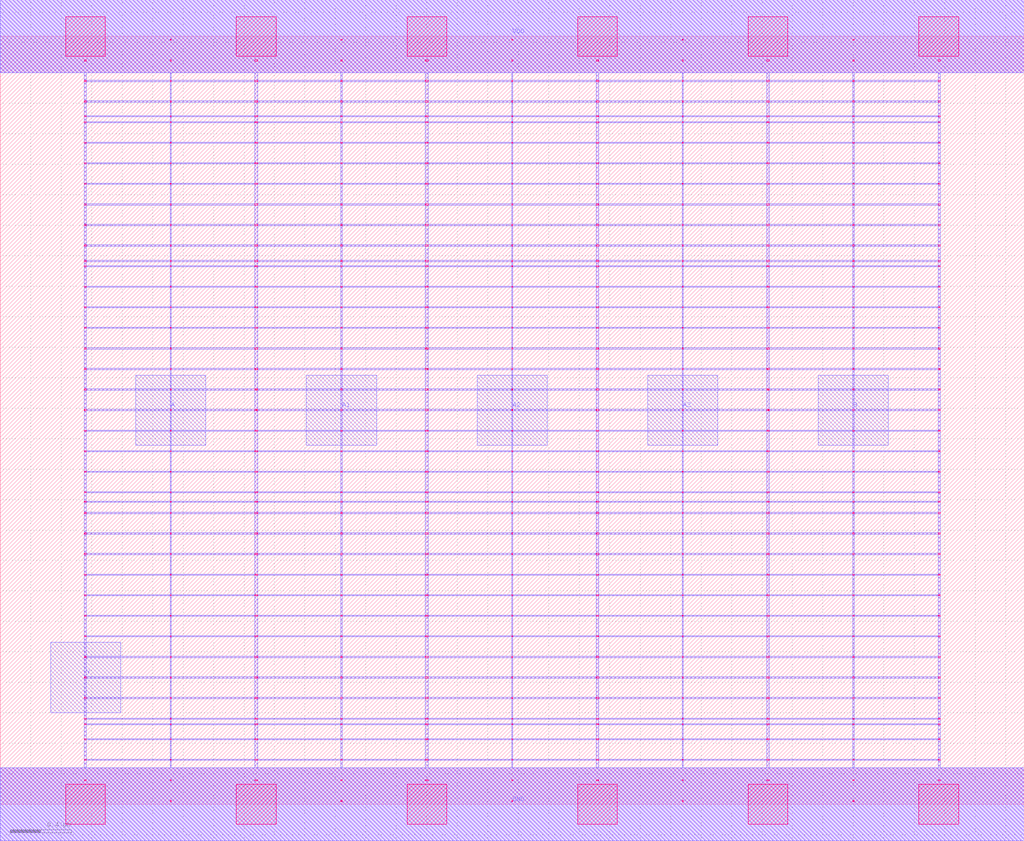
<source format=lef>
MACRO AOI41_DEBUG
 CLASS CORE ;
 FOREIGN AOI41_DEBUG 0 0 ;
 SIZE 6.72 BY 5.04 ;
 ORIGIN 0 0 ;
 SYMMETRY X Y R90 ;
 SITE unit ;
  PIN VDD
   DIRECTION INOUT ;
   USE SIGNAL ;
   SHAPE ABUTMENT ;
    PORT
     CLASS CORE ;
       LAYER met1 ;
        RECT 0.00000000 4.80000000 6.72000000 5.28000000 ;
       LAYER met2 ;
        RECT 0.00000000 4.80000000 6.72000000 5.28000000 ;
    END
  END VDD

  PIN GND
   DIRECTION INOUT ;
   USE SIGNAL ;
   SHAPE ABUTMENT ;
    PORT
     CLASS CORE ;
       LAYER met1 ;
        RECT 0.00000000 -0.24000000 6.72000000 0.24000000 ;
       LAYER met2 ;
        RECT 0.00000000 -0.24000000 6.72000000 0.24000000 ;
    END
  END GND

  PIN Y
   DIRECTION INOUT ;
   USE SIGNAL ;
   SHAPE ABUTMENT ;
    PORT
     CLASS CORE ;
       LAYER met2 ;
        RECT 0.33000000 0.60200000 0.79000000 1.06200000 ;
    END
  END Y

  PIN B
   DIRECTION INOUT ;
   USE SIGNAL ;
   SHAPE ABUTMENT ;
    PORT
     CLASS CORE ;
       LAYER met2 ;
        RECT 5.37000000 2.35700000 5.83000000 2.81700000 ;
    END
  END B

  PIN A3
   DIRECTION INOUT ;
   USE SIGNAL ;
   SHAPE ABUTMENT ;
    PORT
     CLASS CORE ;
       LAYER met2 ;
        RECT 4.25000000 2.35700000 4.71000000 2.81700000 ;
    END
  END A3

  PIN A1
   DIRECTION INOUT ;
   USE SIGNAL ;
   SHAPE ABUTMENT ;
    PORT
     CLASS CORE ;
       LAYER met2 ;
        RECT 2.01000000 2.35700000 2.47000000 2.81700000 ;
    END
  END A1

  PIN A2
   DIRECTION INOUT ;
   USE SIGNAL ;
   SHAPE ABUTMENT ;
    PORT
     CLASS CORE ;
       LAYER met2 ;
        RECT 3.13000000 2.35700000 3.59000000 2.81700000 ;
    END
  END A2

  PIN A
   DIRECTION INOUT ;
   USE SIGNAL ;
   SHAPE ABUTMENT ;
    PORT
     CLASS CORE ;
       LAYER met2 ;
        RECT 0.89000000 2.35700000 1.35000000 2.81700000 ;
    END
  END A

 OBS
    LAYER polycont ;
     RECT 0.55100000 2.58300000 0.56400000 2.59100000 ;
     RECT 1.11600000 2.58300000 1.12400000 2.59100000 ;
     RECT 1.67100000 2.58300000 1.68900000 2.59100000 ;
     RECT 2.23600000 2.58300000 2.24400000 2.59100000 ;
     RECT 2.79100000 2.58300000 2.80900000 2.59100000 ;
     RECT 3.35600000 2.58300000 3.36400000 2.59100000 ;
     RECT 3.91100000 2.58300000 3.92900000 2.59100000 ;
     RECT 4.47600000 2.58300000 4.48400000 2.59100000 ;
     RECT 5.03100000 2.58300000 5.04900000 2.59100000 ;
     RECT 5.59600000 2.58300000 5.60400000 2.59100000 ;
     RECT 6.15600000 2.58300000 6.16900000 2.59100000 ;
     RECT 0.55100000 2.71800000 0.56400000 2.72600000 ;
     RECT 1.11600000 2.71800000 1.12400000 2.72600000 ;
     RECT 1.67100000 2.71800000 1.68900000 2.72600000 ;
     RECT 2.23600000 2.71800000 2.24400000 2.72600000 ;
     RECT 2.79100000 2.71800000 2.80900000 2.72600000 ;
     RECT 3.35600000 2.71800000 3.36400000 2.72600000 ;
     RECT 3.91100000 2.71800000 3.92900000 2.72600000 ;
     RECT 4.47600000 2.71800000 4.48400000 2.72600000 ;
     RECT 5.03100000 2.71800000 5.04900000 2.72600000 ;
     RECT 5.59600000 2.71800000 5.60400000 2.72600000 ;
     RECT 6.15600000 2.71800000 6.16900000 2.72600000 ;
     RECT 0.55100000 2.85300000 0.56400000 2.86100000 ;
     RECT 1.11600000 2.85300000 1.12400000 2.86100000 ;
     RECT 1.67100000 2.85300000 1.68900000 2.86100000 ;
     RECT 2.23600000 2.85300000 2.24400000 2.86100000 ;
     RECT 2.79100000 2.85300000 2.80900000 2.86100000 ;
     RECT 3.35600000 2.85300000 3.36400000 2.86100000 ;
     RECT 3.91100000 2.85300000 3.92900000 2.86100000 ;
     RECT 4.47600000 2.85300000 4.48400000 2.86100000 ;
     RECT 5.03100000 2.85300000 5.04900000 2.86100000 ;
     RECT 5.59600000 2.85300000 5.60400000 2.86100000 ;
     RECT 6.15600000 2.85300000 6.16900000 2.86100000 ;
     RECT 0.55100000 2.98800000 0.56400000 2.99600000 ;
     RECT 1.11600000 2.98800000 1.12400000 2.99600000 ;
     RECT 1.67100000 2.98800000 1.68900000 2.99600000 ;
     RECT 2.23600000 2.98800000 2.24400000 2.99600000 ;
     RECT 2.79100000 2.98800000 2.80900000 2.99600000 ;
     RECT 3.35600000 2.98800000 3.36400000 2.99600000 ;
     RECT 3.91100000 2.98800000 3.92900000 2.99600000 ;
     RECT 4.47600000 2.98800000 4.48400000 2.99600000 ;
     RECT 5.03100000 2.98800000 5.04900000 2.99600000 ;
     RECT 5.59600000 2.98800000 5.60400000 2.99600000 ;
     RECT 6.15600000 2.98800000 6.16900000 2.99600000 ;

    LAYER pdiffc ;
     RECT 0.55100000 3.39300000 0.55900000 3.40100000 ;
     RECT 6.16100000 3.39300000 6.16900000 3.40100000 ;
     RECT 0.55100000 3.52800000 0.55900000 3.53600000 ;
     RECT 6.16100000 3.52800000 6.16900000 3.53600000 ;
     RECT 0.55100000 3.56100000 0.55900000 3.56900000 ;
     RECT 6.16100000 3.56100000 6.16900000 3.56900000 ;
     RECT 0.55100000 3.66300000 0.55900000 3.67100000 ;
     RECT 6.16100000 3.66300000 6.16900000 3.67100000 ;
     RECT 0.55100000 3.79800000 0.55900000 3.80600000 ;
     RECT 6.16100000 3.79800000 6.16900000 3.80600000 ;
     RECT 0.55100000 3.93300000 0.55900000 3.94100000 ;
     RECT 6.16100000 3.93300000 6.16900000 3.94100000 ;
     RECT 0.55100000 4.06800000 0.55900000 4.07600000 ;
     RECT 6.16100000 4.06800000 6.16900000 4.07600000 ;
     RECT 0.55100000 4.20300000 0.55900000 4.21100000 ;
     RECT 6.16100000 4.20300000 6.16900000 4.21100000 ;
     RECT 0.55100000 4.33800000 0.55900000 4.34600000 ;
     RECT 6.16100000 4.33800000 6.16900000 4.34600000 ;
     RECT 0.55100000 4.47300000 0.55900000 4.48100000 ;
     RECT 6.16100000 4.47300000 6.16900000 4.48100000 ;
     RECT 0.55100000 4.51100000 0.55900000 4.51900000 ;
     RECT 6.16100000 4.51100000 6.16900000 4.51900000 ;
     RECT 0.55100000 4.60800000 0.55900000 4.61600000 ;
     RECT 6.16100000 4.60800000 6.16900000 4.61600000 ;

    LAYER ndiffc ;
     RECT 0.55100000 0.42300000 0.56400000 0.43100000 ;
     RECT 1.67100000 0.42300000 1.68900000 0.43100000 ;
     RECT 2.79100000 0.42300000 2.80900000 0.43100000 ;
     RECT 3.91100000 0.42300000 3.92900000 0.43100000 ;
     RECT 5.03100000 0.42300000 5.04900000 0.43100000 ;
     RECT 6.15600000 0.42300000 6.16900000 0.43100000 ;
     RECT 0.55100000 0.52100000 0.56400000 0.52900000 ;
     RECT 1.67100000 0.52100000 1.68900000 0.52900000 ;
     RECT 2.79100000 0.52100000 2.80900000 0.52900000 ;
     RECT 3.91100000 0.52100000 3.92900000 0.52900000 ;
     RECT 5.03100000 0.52100000 5.04900000 0.52900000 ;
     RECT 6.15600000 0.52100000 6.16900000 0.52900000 ;
     RECT 0.55100000 0.55800000 0.56400000 0.56600000 ;
     RECT 1.67100000 0.55800000 1.68900000 0.56600000 ;
     RECT 2.79100000 0.55800000 2.80900000 0.56600000 ;
     RECT 3.91100000 0.55800000 3.92900000 0.56600000 ;
     RECT 5.03100000 0.55800000 5.04900000 0.56600000 ;
     RECT 6.15600000 0.55800000 6.16900000 0.56600000 ;
     RECT 0.55100000 0.69300000 0.56400000 0.70100000 ;
     RECT 1.67100000 0.69300000 1.68900000 0.70100000 ;
     RECT 2.79100000 0.69300000 2.80900000 0.70100000 ;
     RECT 3.91100000 0.69300000 3.92900000 0.70100000 ;
     RECT 5.03100000 0.69300000 5.04900000 0.70100000 ;
     RECT 6.15600000 0.69300000 6.16900000 0.70100000 ;
     RECT 0.55100000 0.82800000 0.56400000 0.83600000 ;
     RECT 1.67100000 0.82800000 1.68900000 0.83600000 ;
     RECT 2.79100000 0.82800000 2.80900000 0.83600000 ;
     RECT 3.91100000 0.82800000 3.92900000 0.83600000 ;
     RECT 5.03100000 0.82800000 5.04900000 0.83600000 ;
     RECT 6.15600000 0.82800000 6.16900000 0.83600000 ;
     RECT 0.55100000 0.96300000 0.56400000 0.97100000 ;
     RECT 1.67100000 0.96300000 1.68900000 0.97100000 ;
     RECT 2.79100000 0.96300000 2.80900000 0.97100000 ;
     RECT 3.91100000 0.96300000 3.92900000 0.97100000 ;
     RECT 5.03100000 0.96300000 5.04900000 0.97100000 ;
     RECT 6.15600000 0.96300000 6.16900000 0.97100000 ;
     RECT 0.55100000 1.09800000 0.56400000 1.10600000 ;
     RECT 1.67100000 1.09800000 1.68900000 1.10600000 ;
     RECT 2.79100000 1.09800000 2.80900000 1.10600000 ;
     RECT 3.91100000 1.09800000 3.92900000 1.10600000 ;
     RECT 5.03100000 1.09800000 5.04900000 1.10600000 ;
     RECT 6.15600000 1.09800000 6.16900000 1.10600000 ;
     RECT 0.55100000 1.23300000 0.56400000 1.24100000 ;
     RECT 1.67100000 1.23300000 1.68900000 1.24100000 ;
     RECT 2.79100000 1.23300000 2.80900000 1.24100000 ;
     RECT 3.91100000 1.23300000 3.92900000 1.24100000 ;
     RECT 5.03100000 1.23300000 5.04900000 1.24100000 ;
     RECT 6.15600000 1.23300000 6.16900000 1.24100000 ;
     RECT 0.55100000 1.36800000 0.56400000 1.37600000 ;
     RECT 1.67100000 1.36800000 1.68900000 1.37600000 ;
     RECT 2.79100000 1.36800000 2.80900000 1.37600000 ;
     RECT 3.91100000 1.36800000 3.92900000 1.37600000 ;
     RECT 5.03100000 1.36800000 5.04900000 1.37600000 ;
     RECT 6.15600000 1.36800000 6.16900000 1.37600000 ;
     RECT 0.55100000 1.50300000 0.56400000 1.51100000 ;
     RECT 1.67100000 1.50300000 1.68900000 1.51100000 ;
     RECT 2.79100000 1.50300000 2.80900000 1.51100000 ;
     RECT 3.91100000 1.50300000 3.92900000 1.51100000 ;
     RECT 5.03100000 1.50300000 5.04900000 1.51100000 ;
     RECT 6.15600000 1.50300000 6.16900000 1.51100000 ;
     RECT 0.55100000 1.63800000 0.56400000 1.64600000 ;
     RECT 1.67100000 1.63800000 1.68900000 1.64600000 ;
     RECT 2.79100000 1.63800000 2.80900000 1.64600000 ;
     RECT 3.91100000 1.63800000 3.92900000 1.64600000 ;
     RECT 5.03100000 1.63800000 5.04900000 1.64600000 ;
     RECT 6.15600000 1.63800000 6.16900000 1.64600000 ;
     RECT 0.55100000 1.77300000 0.56400000 1.78100000 ;
     RECT 1.67100000 1.77300000 1.68900000 1.78100000 ;
     RECT 2.79100000 1.77300000 2.80900000 1.78100000 ;
     RECT 3.91100000 1.77300000 3.92900000 1.78100000 ;
     RECT 5.03100000 1.77300000 5.04900000 1.78100000 ;
     RECT 6.15600000 1.77300000 6.16900000 1.78100000 ;
     RECT 0.55100000 1.90800000 0.56400000 1.91600000 ;
     RECT 1.67100000 1.90800000 1.68900000 1.91600000 ;
     RECT 2.79100000 1.90800000 2.80900000 1.91600000 ;
     RECT 3.91100000 1.90800000 3.92900000 1.91600000 ;
     RECT 5.03100000 1.90800000 5.04900000 1.91600000 ;
     RECT 6.15600000 1.90800000 6.16900000 1.91600000 ;
     RECT 0.55100000 1.98100000 0.56400000 1.98900000 ;
     RECT 1.67100000 1.98100000 1.68900000 1.98900000 ;
     RECT 2.79100000 1.98100000 2.80900000 1.98900000 ;
     RECT 3.91100000 1.98100000 3.92900000 1.98900000 ;
     RECT 5.03100000 1.98100000 5.04900000 1.98900000 ;
     RECT 6.15600000 1.98100000 6.16900000 1.98900000 ;
     RECT 0.55100000 2.04300000 0.56400000 2.05100000 ;
     RECT 1.67100000 2.04300000 1.68900000 2.05100000 ;
     RECT 2.79100000 2.04300000 2.80900000 2.05100000 ;
     RECT 3.91100000 2.04300000 3.92900000 2.05100000 ;
     RECT 5.03100000 2.04300000 5.04900000 2.05100000 ;
     RECT 6.15600000 2.04300000 6.16900000 2.05100000 ;

    LAYER met1 ;
     RECT 0.00000000 -0.24000000 6.72000000 0.24000000 ;
     RECT 3.35600000 0.24000000 3.36400000 0.28800000 ;
     RECT 0.55100000 0.28800000 6.16900000 0.29600000 ;
     RECT 3.35600000 0.29600000 3.36400000 0.42300000 ;
     RECT 0.55100000 0.42300000 6.16900000 0.43100000 ;
     RECT 3.35600000 0.43100000 3.36400000 0.52100000 ;
     RECT 0.55100000 0.52100000 6.16900000 0.52900000 ;
     RECT 3.35600000 0.52900000 3.36400000 0.55800000 ;
     RECT 0.55100000 0.55800000 6.16900000 0.56600000 ;
     RECT 3.35600000 0.56600000 3.36400000 0.69300000 ;
     RECT 0.55100000 0.69300000 6.16900000 0.70100000 ;
     RECT 3.35600000 0.70100000 3.36400000 0.82800000 ;
     RECT 0.55100000 0.82800000 6.16900000 0.83600000 ;
     RECT 3.35600000 0.83600000 3.36400000 0.96300000 ;
     RECT 0.55100000 0.96300000 6.16900000 0.97100000 ;
     RECT 3.35600000 0.97100000 3.36400000 1.09800000 ;
     RECT 0.55100000 1.09800000 6.16900000 1.10600000 ;
     RECT 3.35600000 1.10600000 3.36400000 1.23300000 ;
     RECT 0.55100000 1.23300000 6.16900000 1.24100000 ;
     RECT 3.35600000 1.24100000 3.36400000 1.36800000 ;
     RECT 0.55100000 1.36800000 6.16900000 1.37600000 ;
     RECT 3.35600000 1.37600000 3.36400000 1.50300000 ;
     RECT 0.55100000 1.50300000 6.16900000 1.51100000 ;
     RECT 3.35600000 1.51100000 3.36400000 1.63800000 ;
     RECT 0.55100000 1.63800000 6.16900000 1.64600000 ;
     RECT 3.35600000 1.64600000 3.36400000 1.77300000 ;
     RECT 0.55100000 1.77300000 6.16900000 1.78100000 ;
     RECT 3.35600000 1.78100000 3.36400000 1.90800000 ;
     RECT 0.55100000 1.90800000 6.16900000 1.91600000 ;
     RECT 3.35600000 1.91600000 3.36400000 1.98100000 ;
     RECT 0.55100000 1.98100000 6.16900000 1.98900000 ;
     RECT 3.35600000 1.98900000 3.36400000 2.04300000 ;
     RECT 0.55100000 2.04300000 6.16900000 2.05100000 ;
     RECT 3.35600000 2.05100000 3.36400000 2.17800000 ;
     RECT 0.55100000 2.17800000 6.16900000 2.18600000 ;
     RECT 3.35600000 2.18600000 3.36400000 2.31300000 ;
     RECT 0.55100000 2.31300000 6.16900000 2.32100000 ;
     RECT 3.35600000 2.32100000 3.36400000 2.44800000 ;
     RECT 0.55100000 2.44800000 6.16900000 2.45600000 ;
     RECT 0.55100000 2.45600000 0.56400000 2.58300000 ;
     RECT 1.11600000 2.45600000 1.12400000 2.58300000 ;
     RECT 1.67100000 2.45600000 1.68900000 2.58300000 ;
     RECT 2.23600000 2.45600000 2.24400000 2.58300000 ;
     RECT 2.79100000 2.45600000 2.80900000 2.58300000 ;
     RECT 3.35600000 2.45600000 3.36400000 2.58300000 ;
     RECT 3.91100000 2.45600000 3.92900000 2.58300000 ;
     RECT 4.47600000 2.45600000 4.48400000 2.58300000 ;
     RECT 5.03100000 2.45600000 5.04900000 2.58300000 ;
     RECT 5.59600000 2.45600000 5.60400000 2.58300000 ;
     RECT 6.15600000 2.45600000 6.16900000 2.58300000 ;
     RECT 0.55100000 2.58300000 6.16900000 2.59100000 ;
     RECT 3.35600000 2.59100000 3.36400000 2.71800000 ;
     RECT 0.55100000 2.71800000 6.16900000 2.72600000 ;
     RECT 3.35600000 2.72600000 3.36400000 2.85300000 ;
     RECT 0.55100000 2.85300000 6.16900000 2.86100000 ;
     RECT 3.35600000 2.86100000 3.36400000 2.98800000 ;
     RECT 0.55100000 2.98800000 6.16900000 2.99600000 ;
     RECT 3.35600000 2.99600000 3.36400000 3.12300000 ;
     RECT 0.55100000 3.12300000 6.16900000 3.13100000 ;
     RECT 3.35600000 3.13100000 3.36400000 3.25800000 ;
     RECT 0.55100000 3.25800000 6.16900000 3.26600000 ;
     RECT 3.35600000 3.26600000 3.36400000 3.39300000 ;
     RECT 0.55100000 3.39300000 6.16900000 3.40100000 ;
     RECT 3.35600000 3.40100000 3.36400000 3.52800000 ;
     RECT 0.55100000 3.52800000 6.16900000 3.53600000 ;
     RECT 3.35600000 3.53600000 3.36400000 3.56100000 ;
     RECT 0.55100000 3.56100000 6.16900000 3.56900000 ;
     RECT 3.35600000 3.56900000 3.36400000 3.66300000 ;
     RECT 0.55100000 3.66300000 6.16900000 3.67100000 ;
     RECT 3.35600000 3.67100000 3.36400000 3.79800000 ;
     RECT 0.55100000 3.79800000 6.16900000 3.80600000 ;
     RECT 3.35600000 3.80600000 3.36400000 3.93300000 ;
     RECT 0.55100000 3.93300000 6.16900000 3.94100000 ;
     RECT 3.35600000 3.94100000 3.36400000 4.06800000 ;
     RECT 0.55100000 4.06800000 6.16900000 4.07600000 ;
     RECT 3.35600000 4.07600000 3.36400000 4.20300000 ;
     RECT 0.55100000 4.20300000 6.16900000 4.21100000 ;
     RECT 3.35600000 4.21100000 3.36400000 4.33800000 ;
     RECT 0.55100000 4.33800000 6.16900000 4.34600000 ;
     RECT 3.35600000 4.34600000 3.36400000 4.47300000 ;
     RECT 0.55100000 4.47300000 6.16900000 4.48100000 ;
     RECT 3.35600000 4.48100000 3.36400000 4.51100000 ;
     RECT 0.55100000 4.51100000 6.16900000 4.51900000 ;
     RECT 3.35600000 4.51900000 3.36400000 4.60800000 ;
     RECT 0.55100000 4.60800000 6.16900000 4.61600000 ;
     RECT 3.35600000 4.61600000 3.36400000 4.74300000 ;
     RECT 0.55100000 4.74300000 6.16900000 4.75100000 ;
     RECT 3.35600000 4.75100000 3.36400000 4.80000000 ;
     RECT 0.00000000 4.80000000 6.72000000 5.28000000 ;
     RECT 5.03100000 3.26600000 5.04900000 3.39300000 ;
     RECT 5.59600000 3.26600000 5.60400000 3.39300000 ;
     RECT 6.15600000 3.26600000 6.16900000 3.39300000 ;
     RECT 5.59600000 2.72600000 5.60400000 2.85300000 ;
     RECT 6.15600000 2.72600000 6.16900000 2.85300000 ;
     RECT 3.91100000 3.40100000 3.92900000 3.52800000 ;
     RECT 4.47600000 3.40100000 4.48400000 3.52800000 ;
     RECT 5.03100000 3.40100000 5.04900000 3.52800000 ;
     RECT 5.59600000 3.40100000 5.60400000 3.52800000 ;
     RECT 6.15600000 3.40100000 6.16900000 3.52800000 ;
     RECT 5.03100000 2.59100000 5.04900000 2.71800000 ;
     RECT 5.59600000 2.59100000 5.60400000 2.71800000 ;
     RECT 3.91100000 3.53600000 3.92900000 3.56100000 ;
     RECT 4.47600000 3.53600000 4.48400000 3.56100000 ;
     RECT 5.03100000 3.53600000 5.04900000 3.56100000 ;
     RECT 5.59600000 3.53600000 5.60400000 3.56100000 ;
     RECT 6.15600000 3.53600000 6.16900000 3.56100000 ;
     RECT 3.91100000 2.86100000 3.92900000 2.98800000 ;
     RECT 4.47600000 2.86100000 4.48400000 2.98800000 ;
     RECT 3.91100000 3.56900000 3.92900000 3.66300000 ;
     RECT 4.47600000 3.56900000 4.48400000 3.66300000 ;
     RECT 5.03100000 3.56900000 5.04900000 3.66300000 ;
     RECT 5.59600000 3.56900000 5.60400000 3.66300000 ;
     RECT 6.15600000 3.56900000 6.16900000 3.66300000 ;
     RECT 5.03100000 2.86100000 5.04900000 2.98800000 ;
     RECT 5.59600000 2.86100000 5.60400000 2.98800000 ;
     RECT 3.91100000 3.67100000 3.92900000 3.79800000 ;
     RECT 4.47600000 3.67100000 4.48400000 3.79800000 ;
     RECT 5.03100000 3.67100000 5.04900000 3.79800000 ;
     RECT 5.59600000 3.67100000 5.60400000 3.79800000 ;
     RECT 6.15600000 3.67100000 6.16900000 3.79800000 ;
     RECT 6.15600000 2.86100000 6.16900000 2.98800000 ;
     RECT 6.15600000 2.59100000 6.16900000 2.71800000 ;
     RECT 3.91100000 3.80600000 3.92900000 3.93300000 ;
     RECT 4.47600000 3.80600000 4.48400000 3.93300000 ;
     RECT 5.03100000 3.80600000 5.04900000 3.93300000 ;
     RECT 5.59600000 3.80600000 5.60400000 3.93300000 ;
     RECT 6.15600000 3.80600000 6.16900000 3.93300000 ;
     RECT 3.91100000 2.59100000 3.92900000 2.71800000 ;
     RECT 3.91100000 2.99600000 3.92900000 3.12300000 ;
     RECT 3.91100000 3.94100000 3.92900000 4.06800000 ;
     RECT 4.47600000 3.94100000 4.48400000 4.06800000 ;
     RECT 5.03100000 3.94100000 5.04900000 4.06800000 ;
     RECT 5.59600000 3.94100000 5.60400000 4.06800000 ;
     RECT 6.15600000 3.94100000 6.16900000 4.06800000 ;
     RECT 4.47600000 2.99600000 4.48400000 3.12300000 ;
     RECT 5.03100000 2.99600000 5.04900000 3.12300000 ;
     RECT 3.91100000 4.07600000 3.92900000 4.20300000 ;
     RECT 4.47600000 4.07600000 4.48400000 4.20300000 ;
     RECT 5.03100000 4.07600000 5.04900000 4.20300000 ;
     RECT 5.59600000 4.07600000 5.60400000 4.20300000 ;
     RECT 6.15600000 4.07600000 6.16900000 4.20300000 ;
     RECT 5.59600000 2.99600000 5.60400000 3.12300000 ;
     RECT 6.15600000 2.99600000 6.16900000 3.12300000 ;
     RECT 3.91100000 4.21100000 3.92900000 4.33800000 ;
     RECT 4.47600000 4.21100000 4.48400000 4.33800000 ;
     RECT 5.03100000 4.21100000 5.04900000 4.33800000 ;
     RECT 5.59600000 4.21100000 5.60400000 4.33800000 ;
     RECT 6.15600000 4.21100000 6.16900000 4.33800000 ;
     RECT 4.47600000 2.59100000 4.48400000 2.71800000 ;
     RECT 3.91100000 2.72600000 3.92900000 2.85300000 ;
     RECT 3.91100000 4.34600000 3.92900000 4.47300000 ;
     RECT 4.47600000 4.34600000 4.48400000 4.47300000 ;
     RECT 5.03100000 4.34600000 5.04900000 4.47300000 ;
     RECT 5.59600000 4.34600000 5.60400000 4.47300000 ;
     RECT 6.15600000 4.34600000 6.16900000 4.47300000 ;
     RECT 3.91100000 3.13100000 3.92900000 3.25800000 ;
     RECT 4.47600000 3.13100000 4.48400000 3.25800000 ;
     RECT 3.91100000 4.48100000 3.92900000 4.51100000 ;
     RECT 4.47600000 4.48100000 4.48400000 4.51100000 ;
     RECT 5.03100000 4.48100000 5.04900000 4.51100000 ;
     RECT 5.59600000 4.48100000 5.60400000 4.51100000 ;
     RECT 6.15600000 4.48100000 6.16900000 4.51100000 ;
     RECT 5.03100000 3.13100000 5.04900000 3.25800000 ;
     RECT 5.59600000 3.13100000 5.60400000 3.25800000 ;
     RECT 3.91100000 4.51900000 3.92900000 4.60800000 ;
     RECT 4.47600000 4.51900000 4.48400000 4.60800000 ;
     RECT 5.03100000 4.51900000 5.04900000 4.60800000 ;
     RECT 5.59600000 4.51900000 5.60400000 4.60800000 ;
     RECT 6.15600000 4.51900000 6.16900000 4.60800000 ;
     RECT 6.15600000 3.13100000 6.16900000 3.25800000 ;
     RECT 4.47600000 2.72600000 4.48400000 2.85300000 ;
     RECT 3.91100000 4.61600000 3.92900000 4.74300000 ;
     RECT 4.47600000 4.61600000 4.48400000 4.74300000 ;
     RECT 5.03100000 4.61600000 5.04900000 4.74300000 ;
     RECT 5.59600000 4.61600000 5.60400000 4.74300000 ;
     RECT 6.15600000 4.61600000 6.16900000 4.74300000 ;
     RECT 5.03100000 2.72600000 5.04900000 2.85300000 ;
     RECT 3.91100000 3.26600000 3.92900000 3.39300000 ;
     RECT 3.91100000 4.75100000 3.92900000 4.80000000 ;
     RECT 4.47600000 4.75100000 4.48400000 4.80000000 ;
     RECT 5.03100000 4.75100000 5.04900000 4.80000000 ;
     RECT 5.59600000 4.75100000 5.60400000 4.80000000 ;
     RECT 6.15600000 4.75100000 6.16900000 4.80000000 ;
     RECT 4.47600000 3.26600000 4.48400000 3.39300000 ;
     RECT 1.11600000 3.94100000 1.12400000 4.06800000 ;
     RECT 1.67100000 3.94100000 1.68900000 4.06800000 ;
     RECT 2.23600000 3.94100000 2.24400000 4.06800000 ;
     RECT 2.79100000 3.94100000 2.80900000 4.06800000 ;
     RECT 0.55100000 2.72600000 0.56400000 2.85300000 ;
     RECT 1.11600000 2.72600000 1.12400000 2.85300000 ;
     RECT 0.55100000 2.86100000 0.56400000 2.98800000 ;
     RECT 1.11600000 2.86100000 1.12400000 2.98800000 ;
     RECT 1.67100000 2.86100000 1.68900000 2.98800000 ;
     RECT 2.23600000 2.86100000 2.24400000 2.98800000 ;
     RECT 0.55100000 3.13100000 0.56400000 3.25800000 ;
     RECT 0.55100000 4.07600000 0.56400000 4.20300000 ;
     RECT 1.11600000 4.07600000 1.12400000 4.20300000 ;
     RECT 1.67100000 4.07600000 1.68900000 4.20300000 ;
     RECT 2.23600000 4.07600000 2.24400000 4.20300000 ;
     RECT 2.79100000 4.07600000 2.80900000 4.20300000 ;
     RECT 0.55100000 3.53600000 0.56400000 3.56100000 ;
     RECT 1.11600000 3.53600000 1.12400000 3.56100000 ;
     RECT 1.67100000 3.53600000 1.68900000 3.56100000 ;
     RECT 2.23600000 3.53600000 2.24400000 3.56100000 ;
     RECT 2.79100000 3.53600000 2.80900000 3.56100000 ;
     RECT 1.11600000 3.13100000 1.12400000 3.25800000 ;
     RECT 1.67100000 3.13100000 1.68900000 3.25800000 ;
     RECT 0.55100000 4.21100000 0.56400000 4.33800000 ;
     RECT 1.11600000 4.21100000 1.12400000 4.33800000 ;
     RECT 1.67100000 4.21100000 1.68900000 4.33800000 ;
     RECT 2.23600000 4.21100000 2.24400000 4.33800000 ;
     RECT 2.79100000 4.21100000 2.80900000 4.33800000 ;
     RECT 2.23600000 3.13100000 2.24400000 3.25800000 ;
     RECT 2.79100000 3.13100000 2.80900000 3.25800000 ;
     RECT 2.79100000 2.86100000 2.80900000 2.98800000 ;
     RECT 1.67100000 2.72600000 1.68900000 2.85300000 ;
     RECT 2.23600000 2.72600000 2.24400000 2.85300000 ;
     RECT 0.55100000 3.56900000 0.56400000 3.66300000 ;
     RECT 1.11600000 3.56900000 1.12400000 3.66300000 ;
     RECT 0.55100000 4.34600000 0.56400000 4.47300000 ;
     RECT 1.11600000 4.34600000 1.12400000 4.47300000 ;
     RECT 1.67100000 4.34600000 1.68900000 4.47300000 ;
     RECT 2.23600000 4.34600000 2.24400000 4.47300000 ;
     RECT 2.79100000 4.34600000 2.80900000 4.47300000 ;
     RECT 1.67100000 3.56900000 1.68900000 3.66300000 ;
     RECT 2.23600000 3.56900000 2.24400000 3.66300000 ;
     RECT 2.79100000 3.56900000 2.80900000 3.66300000 ;
     RECT 2.79100000 2.72600000 2.80900000 2.85300000 ;
     RECT 1.67100000 2.59100000 1.68900000 2.71800000 ;
     RECT 2.23600000 2.59100000 2.24400000 2.71800000 ;
     RECT 2.79100000 2.59100000 2.80900000 2.71800000 ;
     RECT 0.55100000 4.48100000 0.56400000 4.51100000 ;
     RECT 1.11600000 4.48100000 1.12400000 4.51100000 ;
     RECT 1.67100000 4.48100000 1.68900000 4.51100000 ;
     RECT 2.23600000 4.48100000 2.24400000 4.51100000 ;
     RECT 2.79100000 4.48100000 2.80900000 4.51100000 ;
     RECT 0.55100000 3.26600000 0.56400000 3.39300000 ;
     RECT 1.11600000 3.26600000 1.12400000 3.39300000 ;
     RECT 1.67100000 3.26600000 1.68900000 3.39300000 ;
     RECT 0.55100000 3.67100000 0.56400000 3.79800000 ;
     RECT 1.11600000 3.67100000 1.12400000 3.79800000 ;
     RECT 1.67100000 3.67100000 1.68900000 3.79800000 ;
     RECT 2.23600000 3.67100000 2.24400000 3.79800000 ;
     RECT 0.55100000 4.51900000 0.56400000 4.60800000 ;
     RECT 1.11600000 4.51900000 1.12400000 4.60800000 ;
     RECT 1.67100000 4.51900000 1.68900000 4.60800000 ;
     RECT 2.23600000 4.51900000 2.24400000 4.60800000 ;
     RECT 2.79100000 4.51900000 2.80900000 4.60800000 ;
     RECT 2.79100000 3.67100000 2.80900000 3.79800000 ;
     RECT 2.23600000 3.26600000 2.24400000 3.39300000 ;
     RECT 2.79100000 3.26600000 2.80900000 3.39300000 ;
     RECT 0.55100000 2.59100000 0.56400000 2.71800000 ;
     RECT 0.55100000 2.99600000 0.56400000 3.12300000 ;
     RECT 1.11600000 2.99600000 1.12400000 3.12300000 ;
     RECT 1.67100000 2.99600000 1.68900000 3.12300000 ;
     RECT 0.55100000 4.61600000 0.56400000 4.74300000 ;
     RECT 1.11600000 4.61600000 1.12400000 4.74300000 ;
     RECT 1.67100000 4.61600000 1.68900000 4.74300000 ;
     RECT 2.23600000 4.61600000 2.24400000 4.74300000 ;
     RECT 2.79100000 4.61600000 2.80900000 4.74300000 ;
     RECT 2.23600000 2.99600000 2.24400000 3.12300000 ;
     RECT 0.55100000 3.80600000 0.56400000 3.93300000 ;
     RECT 1.11600000 3.80600000 1.12400000 3.93300000 ;
     RECT 1.67100000 3.80600000 1.68900000 3.93300000 ;
     RECT 2.23600000 3.80600000 2.24400000 3.93300000 ;
     RECT 2.79100000 3.80600000 2.80900000 3.93300000 ;
     RECT 2.79100000 2.99600000 2.80900000 3.12300000 ;
     RECT 0.55100000 4.75100000 0.56400000 4.80000000 ;
     RECT 1.11600000 4.75100000 1.12400000 4.80000000 ;
     RECT 1.67100000 4.75100000 1.68900000 4.80000000 ;
     RECT 2.23600000 4.75100000 2.24400000 4.80000000 ;
     RECT 2.79100000 4.75100000 2.80900000 4.80000000 ;
     RECT 1.11600000 2.59100000 1.12400000 2.71800000 ;
     RECT 0.55100000 3.40100000 0.56400000 3.52800000 ;
     RECT 1.11600000 3.40100000 1.12400000 3.52800000 ;
     RECT 1.67100000 3.40100000 1.68900000 3.52800000 ;
     RECT 2.23600000 3.40100000 2.24400000 3.52800000 ;
     RECT 2.79100000 3.40100000 2.80900000 3.52800000 ;
     RECT 0.55100000 3.94100000 0.56400000 4.06800000 ;
     RECT 2.79100000 1.64600000 2.80900000 1.77300000 ;
     RECT 2.23600000 0.52900000 2.24400000 0.55800000 ;
     RECT 2.79100000 0.52900000 2.80900000 0.55800000 ;
     RECT 0.55100000 1.78100000 0.56400000 1.90800000 ;
     RECT 1.11600000 1.78100000 1.12400000 1.90800000 ;
     RECT 1.67100000 1.78100000 1.68900000 1.90800000 ;
     RECT 2.23600000 1.78100000 2.24400000 1.90800000 ;
     RECT 2.79100000 1.78100000 2.80900000 1.90800000 ;
     RECT 1.11600000 0.24000000 1.12400000 0.28800000 ;
     RECT 0.55100000 0.29600000 0.56400000 0.42300000 ;
     RECT 0.55100000 1.91600000 0.56400000 1.98100000 ;
     RECT 1.11600000 1.91600000 1.12400000 1.98100000 ;
     RECT 1.67100000 1.91600000 1.68900000 1.98100000 ;
     RECT 2.23600000 1.91600000 2.24400000 1.98100000 ;
     RECT 2.79100000 1.91600000 2.80900000 1.98100000 ;
     RECT 0.55100000 0.56600000 0.56400000 0.69300000 ;
     RECT 1.11600000 0.56600000 1.12400000 0.69300000 ;
     RECT 0.55100000 1.98900000 0.56400000 2.04300000 ;
     RECT 1.11600000 1.98900000 1.12400000 2.04300000 ;
     RECT 1.67100000 1.98900000 1.68900000 2.04300000 ;
     RECT 2.23600000 1.98900000 2.24400000 2.04300000 ;
     RECT 2.79100000 1.98900000 2.80900000 2.04300000 ;
     RECT 1.67100000 0.56600000 1.68900000 0.69300000 ;
     RECT 2.23600000 0.56600000 2.24400000 0.69300000 ;
     RECT 0.55100000 2.05100000 0.56400000 2.17800000 ;
     RECT 1.11600000 2.05100000 1.12400000 2.17800000 ;
     RECT 1.67100000 2.05100000 1.68900000 2.17800000 ;
     RECT 2.23600000 2.05100000 2.24400000 2.17800000 ;
     RECT 2.79100000 2.05100000 2.80900000 2.17800000 ;
     RECT 2.79100000 0.56600000 2.80900000 0.69300000 ;
     RECT 1.11600000 0.29600000 1.12400000 0.42300000 ;
     RECT 0.55100000 2.18600000 0.56400000 2.31300000 ;
     RECT 1.11600000 2.18600000 1.12400000 2.31300000 ;
     RECT 1.67100000 2.18600000 1.68900000 2.31300000 ;
     RECT 2.23600000 2.18600000 2.24400000 2.31300000 ;
     RECT 2.79100000 2.18600000 2.80900000 2.31300000 ;
     RECT 1.67100000 0.29600000 1.68900000 0.42300000 ;
     RECT 0.55100000 0.70100000 0.56400000 0.82800000 ;
     RECT 0.55100000 2.32100000 0.56400000 2.44800000 ;
     RECT 1.11600000 2.32100000 1.12400000 2.44800000 ;
     RECT 1.67100000 2.32100000 1.68900000 2.44800000 ;
     RECT 2.23600000 2.32100000 2.24400000 2.44800000 ;
     RECT 2.79100000 2.32100000 2.80900000 2.44800000 ;
     RECT 1.11600000 0.70100000 1.12400000 0.82800000 ;
     RECT 1.67100000 0.70100000 1.68900000 0.82800000 ;
     RECT 2.23600000 0.70100000 2.24400000 0.82800000 ;
     RECT 2.79100000 0.70100000 2.80900000 0.82800000 ;
     RECT 2.23600000 0.29600000 2.24400000 0.42300000 ;
     RECT 2.79100000 0.29600000 2.80900000 0.42300000 ;
     RECT 0.55100000 0.83600000 0.56400000 0.96300000 ;
     RECT 1.11600000 0.83600000 1.12400000 0.96300000 ;
     RECT 1.67100000 0.83600000 1.68900000 0.96300000 ;
     RECT 2.23600000 0.83600000 2.24400000 0.96300000 ;
     RECT 2.79100000 0.83600000 2.80900000 0.96300000 ;
     RECT 1.67100000 0.24000000 1.68900000 0.28800000 ;
     RECT 2.23600000 0.24000000 2.24400000 0.28800000 ;
     RECT 0.55100000 0.97100000 0.56400000 1.09800000 ;
     RECT 1.11600000 0.97100000 1.12400000 1.09800000 ;
     RECT 1.67100000 0.97100000 1.68900000 1.09800000 ;
     RECT 2.23600000 0.97100000 2.24400000 1.09800000 ;
     RECT 2.79100000 0.97100000 2.80900000 1.09800000 ;
     RECT 0.55100000 0.43100000 0.56400000 0.52100000 ;
     RECT 1.11600000 0.43100000 1.12400000 0.52100000 ;
     RECT 0.55100000 1.10600000 0.56400000 1.23300000 ;
     RECT 1.11600000 1.10600000 1.12400000 1.23300000 ;
     RECT 1.67100000 1.10600000 1.68900000 1.23300000 ;
     RECT 2.23600000 1.10600000 2.24400000 1.23300000 ;
     RECT 2.79100000 1.10600000 2.80900000 1.23300000 ;
     RECT 1.67100000 0.43100000 1.68900000 0.52100000 ;
     RECT 2.23600000 0.43100000 2.24400000 0.52100000 ;
     RECT 0.55100000 1.24100000 0.56400000 1.36800000 ;
     RECT 1.11600000 1.24100000 1.12400000 1.36800000 ;
     RECT 1.67100000 1.24100000 1.68900000 1.36800000 ;
     RECT 2.23600000 1.24100000 2.24400000 1.36800000 ;
     RECT 2.79100000 1.24100000 2.80900000 1.36800000 ;
     RECT 2.79100000 0.43100000 2.80900000 0.52100000 ;
     RECT 2.79100000 0.24000000 2.80900000 0.28800000 ;
     RECT 0.55100000 1.37600000 0.56400000 1.50300000 ;
     RECT 1.11600000 1.37600000 1.12400000 1.50300000 ;
     RECT 1.67100000 1.37600000 1.68900000 1.50300000 ;
     RECT 2.23600000 1.37600000 2.24400000 1.50300000 ;
     RECT 2.79100000 1.37600000 2.80900000 1.50300000 ;
     RECT 0.55100000 0.24000000 0.56400000 0.28800000 ;
     RECT 0.55100000 0.52900000 0.56400000 0.55800000 ;
     RECT 0.55100000 1.51100000 0.56400000 1.63800000 ;
     RECT 1.11600000 1.51100000 1.12400000 1.63800000 ;
     RECT 1.67100000 1.51100000 1.68900000 1.63800000 ;
     RECT 2.23600000 1.51100000 2.24400000 1.63800000 ;
     RECT 2.79100000 1.51100000 2.80900000 1.63800000 ;
     RECT 1.11600000 0.52900000 1.12400000 0.55800000 ;
     RECT 1.67100000 0.52900000 1.68900000 0.55800000 ;
     RECT 0.55100000 1.64600000 0.56400000 1.77300000 ;
     RECT 1.11600000 1.64600000 1.12400000 1.77300000 ;
     RECT 1.67100000 1.64600000 1.68900000 1.77300000 ;
     RECT 2.23600000 1.64600000 2.24400000 1.77300000 ;
     RECT 5.03100000 0.24000000 5.04900000 0.28800000 ;
     RECT 5.59600000 0.24000000 5.60400000 0.28800000 ;
     RECT 6.15600000 0.24000000 6.16900000 0.28800000 ;
     RECT 3.91100000 1.98900000 3.92900000 2.04300000 ;
     RECT 4.47600000 1.98900000 4.48400000 2.04300000 ;
     RECT 5.03100000 1.98900000 5.04900000 2.04300000 ;
     RECT 5.59600000 1.98900000 5.60400000 2.04300000 ;
     RECT 6.15600000 1.98900000 6.16900000 2.04300000 ;
     RECT 3.91100000 0.70100000 3.92900000 0.82800000 ;
     RECT 4.47600000 0.70100000 4.48400000 0.82800000 ;
     RECT 5.03100000 0.70100000 5.04900000 0.82800000 ;
     RECT 3.91100000 1.24100000 3.92900000 1.36800000 ;
     RECT 4.47600000 1.24100000 4.48400000 1.36800000 ;
     RECT 5.03100000 1.24100000 5.04900000 1.36800000 ;
     RECT 5.59600000 1.24100000 5.60400000 1.36800000 ;
     RECT 3.91100000 2.05100000 3.92900000 2.17800000 ;
     RECT 4.47600000 2.05100000 4.48400000 2.17800000 ;
     RECT 5.03100000 2.05100000 5.04900000 2.17800000 ;
     RECT 5.59600000 2.05100000 5.60400000 2.17800000 ;
     RECT 6.15600000 2.05100000 6.16900000 2.17800000 ;
     RECT 6.15600000 1.24100000 6.16900000 1.36800000 ;
     RECT 5.59600000 0.70100000 5.60400000 0.82800000 ;
     RECT 6.15600000 0.70100000 6.16900000 0.82800000 ;
     RECT 3.91100000 0.24000000 3.92900000 0.28800000 ;
     RECT 3.91100000 0.52900000 3.92900000 0.55800000 ;
     RECT 4.47600000 0.52900000 4.48400000 0.55800000 ;
     RECT 5.03100000 0.52900000 5.04900000 0.55800000 ;
     RECT 3.91100000 2.18600000 3.92900000 2.31300000 ;
     RECT 4.47600000 2.18600000 4.48400000 2.31300000 ;
     RECT 5.03100000 2.18600000 5.04900000 2.31300000 ;
     RECT 5.59600000 2.18600000 5.60400000 2.31300000 ;
     RECT 6.15600000 2.18600000 6.16900000 2.31300000 ;
     RECT 5.59600000 0.52900000 5.60400000 0.55800000 ;
     RECT 3.91100000 1.37600000 3.92900000 1.50300000 ;
     RECT 4.47600000 1.37600000 4.48400000 1.50300000 ;
     RECT 5.03100000 1.37600000 5.04900000 1.50300000 ;
     RECT 5.59600000 1.37600000 5.60400000 1.50300000 ;
     RECT 6.15600000 1.37600000 6.16900000 1.50300000 ;
     RECT 6.15600000 0.52900000 6.16900000 0.55800000 ;
     RECT 3.91100000 2.32100000 3.92900000 2.44800000 ;
     RECT 4.47600000 2.32100000 4.48400000 2.44800000 ;
     RECT 5.03100000 2.32100000 5.04900000 2.44800000 ;
     RECT 5.59600000 2.32100000 5.60400000 2.44800000 ;
     RECT 6.15600000 2.32100000 6.16900000 2.44800000 ;
     RECT 4.47600000 0.24000000 4.48400000 0.28800000 ;
     RECT 3.91100000 0.83600000 3.92900000 0.96300000 ;
     RECT 4.47600000 0.83600000 4.48400000 0.96300000 ;
     RECT 5.03100000 0.83600000 5.04900000 0.96300000 ;
     RECT 5.59600000 0.83600000 5.60400000 0.96300000 ;
     RECT 6.15600000 0.83600000 6.16900000 0.96300000 ;
     RECT 3.91100000 1.51100000 3.92900000 1.63800000 ;
     RECT 4.47600000 1.51100000 4.48400000 1.63800000 ;
     RECT 5.03100000 1.51100000 5.04900000 1.63800000 ;
     RECT 5.59600000 1.51100000 5.60400000 1.63800000 ;
     RECT 6.15600000 1.51100000 6.16900000 1.63800000 ;
     RECT 3.91100000 0.29600000 3.92900000 0.42300000 ;
     RECT 4.47600000 0.29600000 4.48400000 0.42300000 ;
     RECT 3.91100000 0.43100000 3.92900000 0.52100000 ;
     RECT 4.47600000 0.43100000 4.48400000 0.52100000 ;
     RECT 5.03100000 0.43100000 5.04900000 0.52100000 ;
     RECT 5.59600000 0.43100000 5.60400000 0.52100000 ;
     RECT 3.91100000 0.56600000 3.92900000 0.69300000 ;
     RECT 3.91100000 1.64600000 3.92900000 1.77300000 ;
     RECT 4.47600000 1.64600000 4.48400000 1.77300000 ;
     RECT 5.03100000 1.64600000 5.04900000 1.77300000 ;
     RECT 5.59600000 1.64600000 5.60400000 1.77300000 ;
     RECT 6.15600000 1.64600000 6.16900000 1.77300000 ;
     RECT 3.91100000 0.97100000 3.92900000 1.09800000 ;
     RECT 4.47600000 0.97100000 4.48400000 1.09800000 ;
     RECT 5.03100000 0.97100000 5.04900000 1.09800000 ;
     RECT 5.59600000 0.97100000 5.60400000 1.09800000 ;
     RECT 6.15600000 0.97100000 6.16900000 1.09800000 ;
     RECT 4.47600000 0.56600000 4.48400000 0.69300000 ;
     RECT 5.03100000 0.56600000 5.04900000 0.69300000 ;
     RECT 3.91100000 1.78100000 3.92900000 1.90800000 ;
     RECT 4.47600000 1.78100000 4.48400000 1.90800000 ;
     RECT 5.03100000 1.78100000 5.04900000 1.90800000 ;
     RECT 5.59600000 1.78100000 5.60400000 1.90800000 ;
     RECT 6.15600000 1.78100000 6.16900000 1.90800000 ;
     RECT 5.59600000 0.56600000 5.60400000 0.69300000 ;
     RECT 6.15600000 0.56600000 6.16900000 0.69300000 ;
     RECT 6.15600000 0.43100000 6.16900000 0.52100000 ;
     RECT 5.03100000 0.29600000 5.04900000 0.42300000 ;
     RECT 5.59600000 0.29600000 5.60400000 0.42300000 ;
     RECT 3.91100000 1.10600000 3.92900000 1.23300000 ;
     RECT 4.47600000 1.10600000 4.48400000 1.23300000 ;
     RECT 3.91100000 1.91600000 3.92900000 1.98100000 ;
     RECT 4.47600000 1.91600000 4.48400000 1.98100000 ;
     RECT 5.03100000 1.91600000 5.04900000 1.98100000 ;
     RECT 5.59600000 1.91600000 5.60400000 1.98100000 ;
     RECT 6.15600000 1.91600000 6.16900000 1.98100000 ;
     RECT 5.03100000 1.10600000 5.04900000 1.23300000 ;
     RECT 5.59600000 1.10600000 5.60400000 1.23300000 ;
     RECT 6.15600000 1.10600000 6.16900000 1.23300000 ;
     RECT 6.15600000 0.29600000 6.16900000 0.42300000 ;

    LAYER via1 ;
     RECT 3.35600000 0.01800000 3.36400000 0.02600000 ;
     RECT 3.35600000 0.15300000 3.36400000 0.16100000 ;
     RECT 3.35600000 0.28800000 3.36400000 0.29600000 ;
     RECT 3.35600000 0.42300000 3.36400000 0.43100000 ;
     RECT 3.35600000 0.52100000 3.36400000 0.52900000 ;
     RECT 3.35600000 0.55800000 3.36400000 0.56600000 ;
     RECT 3.35600000 0.69300000 3.36400000 0.70100000 ;
     RECT 3.35600000 0.82800000 3.36400000 0.83600000 ;
     RECT 3.35600000 0.96300000 3.36400000 0.97100000 ;
     RECT 3.35600000 1.09800000 3.36400000 1.10600000 ;
     RECT 3.35600000 1.23300000 3.36400000 1.24100000 ;
     RECT 3.35600000 1.36800000 3.36400000 1.37600000 ;
     RECT 3.35600000 1.50300000 3.36400000 1.51100000 ;
     RECT 3.35600000 1.63800000 3.36400000 1.64600000 ;
     RECT 3.35600000 1.77300000 3.36400000 1.78100000 ;
     RECT 3.35600000 1.90800000 3.36400000 1.91600000 ;
     RECT 3.35600000 1.98100000 3.36400000 1.98900000 ;
     RECT 3.35600000 2.04300000 3.36400000 2.05100000 ;
     RECT 3.35600000 2.17800000 3.36400000 2.18600000 ;
     RECT 3.35600000 2.31300000 3.36400000 2.32100000 ;
     RECT 3.35600000 2.44800000 3.36400000 2.45600000 ;
     RECT 3.35600000 2.58300000 3.36400000 2.59100000 ;
     RECT 3.35600000 2.71800000 3.36400000 2.72600000 ;
     RECT 3.35600000 2.85300000 3.36400000 2.86100000 ;
     RECT 3.35600000 2.98800000 3.36400000 2.99600000 ;
     RECT 3.35600000 3.12300000 3.36400000 3.13100000 ;
     RECT 3.35600000 3.25800000 3.36400000 3.26600000 ;
     RECT 3.35600000 3.39300000 3.36400000 3.40100000 ;
     RECT 3.35600000 3.52800000 3.36400000 3.53600000 ;
     RECT 3.35600000 3.56100000 3.36400000 3.56900000 ;
     RECT 3.35600000 3.66300000 3.36400000 3.67100000 ;
     RECT 3.35600000 3.79800000 3.36400000 3.80600000 ;
     RECT 3.35600000 3.93300000 3.36400000 3.94100000 ;
     RECT 3.35600000 4.06800000 3.36400000 4.07600000 ;
     RECT 3.35600000 4.20300000 3.36400000 4.21100000 ;
     RECT 3.35600000 4.33800000 3.36400000 4.34600000 ;
     RECT 3.35600000 4.47300000 3.36400000 4.48100000 ;
     RECT 3.35600000 4.51100000 3.36400000 4.51900000 ;
     RECT 3.35600000 4.60800000 3.36400000 4.61600000 ;
     RECT 3.35600000 4.74300000 3.36400000 4.75100000 ;
     RECT 3.35600000 4.87800000 3.36400000 4.88600000 ;
     RECT 3.35600000 5.01300000 3.36400000 5.02100000 ;
     RECT 5.03100000 3.93300000 5.04900000 3.94100000 ;
     RECT 5.59600000 3.93300000 5.60400000 3.94100000 ;
     RECT 6.15600000 3.93300000 6.16900000 3.94100000 ;
     RECT 5.03100000 4.06800000 5.04900000 4.07600000 ;
     RECT 5.59600000 4.06800000 5.60400000 4.07600000 ;
     RECT 6.15600000 4.06800000 6.16900000 4.07600000 ;
     RECT 5.03100000 4.20300000 5.04900000 4.21100000 ;
     RECT 5.59600000 4.20300000 5.60400000 4.21100000 ;
     RECT 6.15600000 4.20300000 6.16900000 4.21100000 ;
     RECT 5.03100000 4.33800000 5.04900000 4.34600000 ;
     RECT 5.59600000 4.33800000 5.60400000 4.34600000 ;
     RECT 6.15600000 4.33800000 6.16900000 4.34600000 ;
     RECT 5.03100000 4.47300000 5.04900000 4.48100000 ;
     RECT 5.59600000 4.47300000 5.60400000 4.48100000 ;
     RECT 6.15600000 4.47300000 6.16900000 4.48100000 ;
     RECT 5.03100000 4.51100000 5.04900000 4.51900000 ;
     RECT 5.59600000 4.51100000 5.60400000 4.51900000 ;
     RECT 6.15600000 4.51100000 6.16900000 4.51900000 ;
     RECT 5.03100000 4.60800000 5.04900000 4.61600000 ;
     RECT 5.59600000 4.60800000 5.60400000 4.61600000 ;
     RECT 6.15600000 4.60800000 6.16900000 4.61600000 ;
     RECT 5.03100000 4.74300000 5.04900000 4.75100000 ;
     RECT 5.59600000 4.74300000 5.60400000 4.75100000 ;
     RECT 6.15600000 4.74300000 6.16900000 4.75100000 ;
     RECT 5.03100000 4.87800000 5.04900000 4.88600000 ;
     RECT 5.59600000 4.87800000 5.60400000 4.88600000 ;
     RECT 6.15600000 4.87800000 6.16900000 4.88600000 ;
     RECT 5.59600000 5.01300000 5.60400000 5.02100000 ;
     RECT 4.91000000 4.91000000 5.17000000 5.17000000 ;
     RECT 6.03000000 4.91000000 6.29000000 5.17000000 ;
     RECT 3.91100000 4.60800000 3.92900000 4.61600000 ;
     RECT 4.47600000 4.60800000 4.48400000 4.61600000 ;
     RECT 3.91100000 4.20300000 3.92900000 4.21100000 ;
     RECT 4.47600000 4.20300000 4.48400000 4.21100000 ;
     RECT 3.91100000 4.47300000 3.92900000 4.48100000 ;
     RECT 3.91100000 4.74300000 3.92900000 4.75100000 ;
     RECT 4.47600000 4.74300000 4.48400000 4.75100000 ;
     RECT 4.47600000 4.47300000 4.48400000 4.48100000 ;
     RECT 4.47600000 4.06800000 4.48400000 4.07600000 ;
     RECT 4.47600000 3.93300000 4.48400000 3.94100000 ;
     RECT 3.91100000 4.87800000 3.92900000 4.88600000 ;
     RECT 4.47600000 4.87800000 4.48400000 4.88600000 ;
     RECT 3.91100000 3.93300000 3.92900000 3.94100000 ;
     RECT 3.91100000 4.51100000 3.92900000 4.51900000 ;
     RECT 4.47600000 4.51100000 4.48400000 4.51900000 ;
     RECT 4.47600000 5.01300000 4.48400000 5.02100000 ;
     RECT 3.91100000 4.33800000 3.92900000 4.34600000 ;
     RECT 3.79000000 4.91000000 4.05000000 5.17000000 ;
     RECT 4.47600000 4.33800000 4.48400000 4.34600000 ;
     RECT 3.91100000 4.06800000 3.92900000 4.07600000 ;
     RECT 3.91100000 3.56100000 3.92900000 3.56900000 ;
     RECT 4.47600000 3.56100000 4.48400000 3.56900000 ;
     RECT 3.91100000 3.66300000 3.92900000 3.67100000 ;
     RECT 4.47600000 3.66300000 4.48400000 3.67100000 ;
     RECT 4.47600000 2.85300000 4.48400000 2.86100000 ;
     RECT 3.91100000 3.79800000 3.92900000 3.80600000 ;
     RECT 4.47600000 3.79800000 4.48400000 3.80600000 ;
     RECT 3.91100000 3.12300000 3.92900000 3.13100000 ;
     RECT 4.47600000 3.12300000 4.48400000 3.13100000 ;
     RECT 3.91100000 3.25800000 3.92900000 3.26600000 ;
     RECT 3.91100000 2.98800000 3.92900000 2.99600000 ;
     RECT 4.47600000 3.25800000 4.48400000 3.26600000 ;
     RECT 3.91100000 2.58300000 3.92900000 2.59100000 ;
     RECT 4.47600000 2.58300000 4.48400000 2.59100000 ;
     RECT 3.91100000 3.39300000 3.92900000 3.40100000 ;
     RECT 4.47600000 3.39300000 4.48400000 3.40100000 ;
     RECT 4.47600000 2.98800000 4.48400000 2.99600000 ;
     RECT 3.91100000 2.71800000 3.92900000 2.72600000 ;
     RECT 3.91100000 3.52800000 3.92900000 3.53600000 ;
     RECT 4.47600000 3.52800000 4.48400000 3.53600000 ;
     RECT 3.91100000 2.85300000 3.92900000 2.86100000 ;
     RECT 4.47600000 2.71800000 4.48400000 2.72600000 ;
     RECT 5.03100000 3.79800000 5.04900000 3.80600000 ;
     RECT 5.59600000 3.79800000 5.60400000 3.80600000 ;
     RECT 6.15600000 3.79800000 6.16900000 3.80600000 ;
     RECT 5.59600000 2.85300000 5.60400000 2.86100000 ;
     RECT 6.15600000 2.71800000 6.16900000 2.72600000 ;
     RECT 5.03100000 3.12300000 5.04900000 3.13100000 ;
     RECT 5.03100000 3.39300000 5.04900000 3.40100000 ;
     RECT 5.59600000 3.39300000 5.60400000 3.40100000 ;
     RECT 6.15600000 3.39300000 6.16900000 3.40100000 ;
     RECT 6.15600000 2.85300000 6.16900000 2.86100000 ;
     RECT 5.59600000 3.12300000 5.60400000 3.13100000 ;
     RECT 6.15600000 3.12300000 6.16900000 3.13100000 ;
     RECT 6.15600000 2.58300000 6.16900000 2.59100000 ;
     RECT 5.03100000 3.52800000 5.04900000 3.53600000 ;
     RECT 5.59600000 3.52800000 5.60400000 3.53600000 ;
     RECT 5.03100000 2.58300000 5.04900000 2.59100000 ;
     RECT 6.15600000 3.52800000 6.16900000 3.53600000 ;
     RECT 6.15600000 2.98800000 6.16900000 2.99600000 ;
     RECT 5.59600000 2.58300000 5.60400000 2.59100000 ;
     RECT 5.03100000 3.25800000 5.04900000 3.26600000 ;
     RECT 5.03100000 3.56100000 5.04900000 3.56900000 ;
     RECT 5.59600000 3.56100000 5.60400000 3.56900000 ;
     RECT 6.15600000 3.56100000 6.16900000 3.56900000 ;
     RECT 5.03100000 2.71800000 5.04900000 2.72600000 ;
     RECT 5.59600000 3.25800000 5.60400000 3.26600000 ;
     RECT 6.15600000 3.25800000 6.16900000 3.26600000 ;
     RECT 5.03100000 3.66300000 5.04900000 3.67100000 ;
     RECT 5.59600000 3.66300000 5.60400000 3.67100000 ;
     RECT 6.15600000 3.66300000 6.16900000 3.67100000 ;
     RECT 5.59600000 2.71800000 5.60400000 2.72600000 ;
     RECT 5.03100000 2.85300000 5.04900000 2.86100000 ;
     RECT 5.03100000 2.98800000 5.04900000 2.99600000 ;
     RECT 5.59600000 2.98800000 5.60400000 2.99600000 ;
     RECT 2.23600000 4.06800000 2.24400000 4.07600000 ;
     RECT 2.79100000 4.06800000 2.80900000 4.07600000 ;
     RECT 2.23600000 4.20300000 2.24400000 4.21100000 ;
     RECT 2.79100000 4.20300000 2.80900000 4.21100000 ;
     RECT 2.23600000 4.33800000 2.24400000 4.34600000 ;
     RECT 2.79100000 4.33800000 2.80900000 4.34600000 ;
     RECT 2.23600000 4.47300000 2.24400000 4.48100000 ;
     RECT 2.79100000 4.47300000 2.80900000 4.48100000 ;
     RECT 2.23600000 4.51100000 2.24400000 4.51900000 ;
     RECT 2.79100000 4.51100000 2.80900000 4.51900000 ;
     RECT 2.23600000 4.60800000 2.24400000 4.61600000 ;
     RECT 2.79100000 4.60800000 2.80900000 4.61600000 ;
     RECT 2.23600000 4.74300000 2.24400000 4.75100000 ;
     RECT 2.79100000 4.74300000 2.80900000 4.75100000 ;
     RECT 2.23600000 4.87800000 2.24400000 4.88600000 ;
     RECT 2.79100000 4.87800000 2.80900000 4.88600000 ;
     RECT 2.23600000 5.01300000 2.24400000 5.02100000 ;
     RECT 2.67000000 4.91000000 2.93000000 5.17000000 ;
     RECT 2.23600000 3.93300000 2.24400000 3.94100000 ;
     RECT 2.79100000 3.93300000 2.80900000 3.94100000 ;
     RECT 0.55100000 4.51100000 0.56400000 4.51900000 ;
     RECT 1.11600000 4.51100000 1.12400000 4.51900000 ;
     RECT 1.67100000 4.51100000 1.68900000 4.51900000 ;
     RECT 1.67100000 4.06800000 1.68900000 4.07600000 ;
     RECT 0.55100000 4.06800000 0.56400000 4.07600000 ;
     RECT 0.55100000 4.60800000 0.56400000 4.61600000 ;
     RECT 1.11600000 4.60800000 1.12400000 4.61600000 ;
     RECT 1.67100000 4.60800000 1.68900000 4.61600000 ;
     RECT 0.55100000 4.33800000 0.56400000 4.34600000 ;
     RECT 1.11600000 4.33800000 1.12400000 4.34600000 ;
     RECT 0.55100000 4.74300000 0.56400000 4.75100000 ;
     RECT 1.11600000 4.74300000 1.12400000 4.75100000 ;
     RECT 1.67100000 4.74300000 1.68900000 4.75100000 ;
     RECT 1.67100000 4.33800000 1.68900000 4.34600000 ;
     RECT 1.11600000 4.06800000 1.12400000 4.07600000 ;
     RECT 0.55100000 4.87800000 0.56400000 4.88600000 ;
     RECT 1.11600000 4.87800000 1.12400000 4.88600000 ;
     RECT 1.67100000 4.87800000 1.68900000 4.88600000 ;
     RECT 0.55100000 4.20300000 0.56400000 4.21100000 ;
     RECT 0.55100000 4.47300000 0.56400000 4.48100000 ;
     RECT 1.11600000 5.01300000 1.12400000 5.02100000 ;
     RECT 1.11600000 4.47300000 1.12400000 4.48100000 ;
     RECT 0.55100000 3.93300000 0.56400000 3.94100000 ;
     RECT 1.11600000 3.93300000 1.12400000 3.94100000 ;
     RECT 0.43000000 4.91000000 0.69000000 5.17000000 ;
     RECT 1.55000000 4.91000000 1.81000000 5.17000000 ;
     RECT 1.67100000 4.47300000 1.68900000 4.48100000 ;
     RECT 1.67100000 3.93300000 1.68900000 3.94100000 ;
     RECT 1.11600000 4.20300000 1.12400000 4.21100000 ;
     RECT 1.67100000 4.20300000 1.68900000 4.21100000 ;
     RECT 0.55100000 3.56100000 0.56400000 3.56900000 ;
     RECT 1.11600000 3.56100000 1.12400000 3.56900000 ;
     RECT 0.55100000 3.25800000 0.56400000 3.26600000 ;
     RECT 1.11600000 3.25800000 1.12400000 3.26600000 ;
     RECT 1.67100000 3.25800000 1.68900000 3.26600000 ;
     RECT 0.55100000 2.71800000 0.56400000 2.72600000 ;
     RECT 1.11600000 3.52800000 1.12400000 3.53600000 ;
     RECT 1.67100000 3.52800000 1.68900000 3.53600000 ;
     RECT 0.55100000 2.85300000 0.56400000 2.86100000 ;
     RECT 1.11600000 2.85300000 1.12400000 2.86100000 ;
     RECT 0.55100000 3.79800000 0.56400000 3.80600000 ;
     RECT 1.11600000 3.79800000 1.12400000 3.80600000 ;
     RECT 1.67100000 3.79800000 1.68900000 3.80600000 ;
     RECT 1.67100000 3.56100000 1.68900000 3.56900000 ;
     RECT 1.67100000 2.85300000 1.68900000 2.86100000 ;
     RECT 0.55100000 3.52800000 0.56400000 3.53600000 ;
     RECT 1.67100000 3.39300000 1.68900000 3.40100000 ;
     RECT 0.55100000 3.39300000 0.56400000 3.40100000 ;
     RECT 1.11600000 2.58300000 1.12400000 2.59100000 ;
     RECT 1.67100000 2.58300000 1.68900000 2.59100000 ;
     RECT 0.55100000 2.98800000 0.56400000 2.99600000 ;
     RECT 1.11600000 2.98800000 1.12400000 2.99600000 ;
     RECT 1.11600000 3.39300000 1.12400000 3.40100000 ;
     RECT 0.55100000 2.58300000 0.56400000 2.59100000 ;
     RECT 1.67100000 2.98800000 1.68900000 2.99600000 ;
     RECT 1.11600000 2.71800000 1.12400000 2.72600000 ;
     RECT 1.67100000 2.71800000 1.68900000 2.72600000 ;
     RECT 0.55100000 3.66300000 0.56400000 3.67100000 ;
     RECT 1.11600000 3.66300000 1.12400000 3.67100000 ;
     RECT 1.67100000 3.66300000 1.68900000 3.67100000 ;
     RECT 0.55100000 3.12300000 0.56400000 3.13100000 ;
     RECT 1.11600000 3.12300000 1.12400000 3.13100000 ;
     RECT 1.67100000 3.12300000 1.68900000 3.13100000 ;
     RECT 2.23600000 2.85300000 2.24400000 2.86100000 ;
     RECT 2.23600000 2.98800000 2.24400000 2.99600000 ;
     RECT 2.23600000 3.39300000 2.24400000 3.40100000 ;
     RECT 2.23600000 3.66300000 2.24400000 3.67100000 ;
     RECT 2.79100000 3.66300000 2.80900000 3.67100000 ;
     RECT 2.79100000 3.79800000 2.80900000 3.80600000 ;
     RECT 2.79100000 2.71800000 2.80900000 2.72600000 ;
     RECT 2.23600000 2.71800000 2.24400000 2.72600000 ;
     RECT 2.79100000 3.39300000 2.80900000 3.40100000 ;
     RECT 2.79100000 2.98800000 2.80900000 2.99600000 ;
     RECT 2.23600000 3.52800000 2.24400000 3.53600000 ;
     RECT 2.79100000 2.85300000 2.80900000 2.86100000 ;
     RECT 2.79100000 3.52800000 2.80900000 3.53600000 ;
     RECT 2.23600000 2.58300000 2.24400000 2.59100000 ;
     RECT 2.79100000 2.58300000 2.80900000 2.59100000 ;
     RECT 2.23600000 3.56100000 2.24400000 3.56900000 ;
     RECT 2.23600000 3.25800000 2.24400000 3.26600000 ;
     RECT 2.79100000 3.25800000 2.80900000 3.26600000 ;
     RECT 2.79100000 3.56100000 2.80900000 3.56900000 ;
     RECT 2.79100000 3.12300000 2.80900000 3.13100000 ;
     RECT 2.23600000 3.12300000 2.24400000 3.13100000 ;
     RECT 2.23600000 3.79800000 2.24400000 3.80600000 ;
     RECT 2.23600000 1.23300000 2.24400000 1.24100000 ;
     RECT 2.79100000 1.23300000 2.80900000 1.24100000 ;
     RECT 2.23600000 1.36800000 2.24400000 1.37600000 ;
     RECT 2.79100000 1.36800000 2.80900000 1.37600000 ;
     RECT 2.23600000 1.50300000 2.24400000 1.51100000 ;
     RECT 2.79100000 1.50300000 2.80900000 1.51100000 ;
     RECT 2.23600000 1.63800000 2.24400000 1.64600000 ;
     RECT 2.79100000 1.63800000 2.80900000 1.64600000 ;
     RECT 2.23600000 1.77300000 2.24400000 1.78100000 ;
     RECT 2.79100000 1.77300000 2.80900000 1.78100000 ;
     RECT 2.23600000 1.90800000 2.24400000 1.91600000 ;
     RECT 2.79100000 1.90800000 2.80900000 1.91600000 ;
     RECT 2.23600000 1.98100000 2.24400000 1.98900000 ;
     RECT 2.79100000 1.98100000 2.80900000 1.98900000 ;
     RECT 2.23600000 2.04300000 2.24400000 2.05100000 ;
     RECT 2.79100000 2.04300000 2.80900000 2.05100000 ;
     RECT 2.23600000 2.17800000 2.24400000 2.18600000 ;
     RECT 2.79100000 2.17800000 2.80900000 2.18600000 ;
     RECT 2.23600000 2.31300000 2.24400000 2.32100000 ;
     RECT 2.79100000 2.31300000 2.80900000 2.32100000 ;
     RECT 2.23600000 2.44800000 2.24400000 2.45600000 ;
     RECT 2.79100000 2.44800000 2.80900000 2.45600000 ;
     RECT 1.67100000 1.77300000 1.68900000 1.78100000 ;
     RECT 1.67100000 1.23300000 1.68900000 1.24100000 ;
     RECT 0.55100000 1.23300000 0.56400000 1.24100000 ;
     RECT 0.55100000 1.90800000 0.56400000 1.91600000 ;
     RECT 1.11600000 1.90800000 1.12400000 1.91600000 ;
     RECT 1.67100000 1.90800000 1.68900000 1.91600000 ;
     RECT 0.55100000 1.50300000 0.56400000 1.51100000 ;
     RECT 1.11600000 1.50300000 1.12400000 1.51100000 ;
     RECT 0.55100000 1.98100000 0.56400000 1.98900000 ;
     RECT 1.11600000 1.98100000 1.12400000 1.98900000 ;
     RECT 1.67100000 1.98100000 1.68900000 1.98900000 ;
     RECT 1.67100000 1.50300000 1.68900000 1.51100000 ;
     RECT 1.11600000 1.23300000 1.12400000 1.24100000 ;
     RECT 0.55100000 2.04300000 0.56400000 2.05100000 ;
     RECT 1.11600000 2.04300000 1.12400000 2.05100000 ;
     RECT 1.67100000 2.04300000 1.68900000 2.05100000 ;
     RECT 0.55100000 1.36800000 0.56400000 1.37600000 ;
     RECT 0.55100000 1.63800000 0.56400000 1.64600000 ;
     RECT 0.55100000 2.17800000 0.56400000 2.18600000 ;
     RECT 1.11600000 2.17800000 1.12400000 2.18600000 ;
     RECT 1.67100000 2.17800000 1.68900000 2.18600000 ;
     RECT 1.11600000 1.63800000 1.12400000 1.64600000 ;
     RECT 1.67100000 1.63800000 1.68900000 1.64600000 ;
     RECT 0.55100000 2.31300000 0.56400000 2.32100000 ;
     RECT 1.11600000 2.31300000 1.12400000 2.32100000 ;
     RECT 1.67100000 2.31300000 1.68900000 2.32100000 ;
     RECT 1.11600000 1.36800000 1.12400000 1.37600000 ;
     RECT 1.67100000 1.36800000 1.68900000 1.37600000 ;
     RECT 0.55100000 2.44800000 0.56400000 2.45600000 ;
     RECT 1.11600000 2.44800000 1.12400000 2.45600000 ;
     RECT 1.67100000 2.44800000 1.68900000 2.45600000 ;
     RECT 0.55100000 1.77300000 0.56400000 1.78100000 ;
     RECT 1.11600000 1.77300000 1.12400000 1.78100000 ;
     RECT 0.55100000 0.28800000 0.56400000 0.29600000 ;
     RECT 0.55100000 0.96300000 0.56400000 0.97100000 ;
     RECT 1.11600000 0.96300000 1.12400000 0.97100000 ;
     RECT 1.67100000 0.96300000 1.68900000 0.97100000 ;
     RECT 1.67100000 0.15300000 1.68900000 0.16100000 ;
     RECT 0.55100000 0.42300000 0.56400000 0.43100000 ;
     RECT 0.55100000 1.09800000 0.56400000 1.10600000 ;
     RECT 1.11600000 0.28800000 1.12400000 0.29600000 ;
     RECT 1.11600000 1.09800000 1.12400000 1.10600000 ;
     RECT 1.67100000 1.09800000 1.68900000 1.10600000 ;
     RECT 0.55100000 0.82800000 0.56400000 0.83600000 ;
     RECT 1.11600000 0.42300000 1.12400000 0.43100000 ;
     RECT 1.11600000 0.82800000 1.12400000 0.83600000 ;
     RECT 1.67100000 0.82800000 1.68900000 0.83600000 ;
     RECT 1.67100000 0.28800000 1.68900000 0.29600000 ;
     RECT 1.11600000 0.15300000 1.12400000 0.16100000 ;
     RECT 1.11600000 0.01800000 1.12400000 0.02600000 ;
     RECT 1.67100000 0.42300000 1.68900000 0.43100000 ;
     RECT 0.43000000 -0.13000000 0.69000000 0.13000000 ;
     RECT 0.55100000 0.52100000 0.56400000 0.52900000 ;
     RECT 1.11600000 0.52100000 1.12400000 0.52900000 ;
     RECT 1.67100000 0.52100000 1.68900000 0.52900000 ;
     RECT 1.55000000 -0.13000000 1.81000000 0.13000000 ;
     RECT 0.55100000 0.55800000 0.56400000 0.56600000 ;
     RECT 1.11600000 0.55800000 1.12400000 0.56600000 ;
     RECT 1.67100000 0.55800000 1.68900000 0.56600000 ;
     RECT 0.55100000 0.69300000 0.56400000 0.70100000 ;
     RECT 1.11600000 0.69300000 1.12400000 0.70100000 ;
     RECT 1.67100000 0.69300000 1.68900000 0.70100000 ;
     RECT 0.55100000 0.15300000 0.56400000 0.16100000 ;
     RECT 2.79100000 0.42300000 2.80900000 0.43100000 ;
     RECT 2.79100000 1.09800000 2.80900000 1.10600000 ;
     RECT 2.23600000 0.15300000 2.24400000 0.16100000 ;
     RECT 2.23600000 0.28800000 2.24400000 0.29600000 ;
     RECT 2.23600000 0.82800000 2.24400000 0.83600000 ;
     RECT 2.23600000 0.52100000 2.24400000 0.52900000 ;
     RECT 2.79100000 0.52100000 2.80900000 0.52900000 ;
     RECT 2.79100000 0.82800000 2.80900000 0.83600000 ;
     RECT 2.23600000 0.96300000 2.24400000 0.97100000 ;
     RECT 2.23600000 0.01800000 2.24400000 0.02600000 ;
     RECT 2.79100000 0.96300000 2.80900000 0.97100000 ;
     RECT 2.23600000 0.55800000 2.24400000 0.56600000 ;
     RECT 2.79100000 0.55800000 2.80900000 0.56600000 ;
     RECT 2.67000000 -0.13000000 2.93000000 0.13000000 ;
     RECT 2.79100000 0.28800000 2.80900000 0.29600000 ;
     RECT 2.23600000 1.09800000 2.24400000 1.10600000 ;
     RECT 2.79100000 0.15300000 2.80900000 0.16100000 ;
     RECT 2.23600000 0.69300000 2.24400000 0.70100000 ;
     RECT 2.79100000 0.69300000 2.80900000 0.70100000 ;
     RECT 2.23600000 0.42300000 2.24400000 0.43100000 ;
     RECT 5.03100000 1.63800000 5.04900000 1.64600000 ;
     RECT 5.59600000 1.63800000 5.60400000 1.64600000 ;
     RECT 6.15600000 1.63800000 6.16900000 1.64600000 ;
     RECT 5.03100000 1.77300000 5.04900000 1.78100000 ;
     RECT 5.59600000 1.77300000 5.60400000 1.78100000 ;
     RECT 6.15600000 1.77300000 6.16900000 1.78100000 ;
     RECT 5.03100000 1.90800000 5.04900000 1.91600000 ;
     RECT 5.59600000 1.90800000 5.60400000 1.91600000 ;
     RECT 6.15600000 1.90800000 6.16900000 1.91600000 ;
     RECT 5.03100000 1.98100000 5.04900000 1.98900000 ;
     RECT 5.59600000 1.98100000 5.60400000 1.98900000 ;
     RECT 6.15600000 1.98100000 6.16900000 1.98900000 ;
     RECT 5.03100000 2.04300000 5.04900000 2.05100000 ;
     RECT 5.59600000 2.04300000 5.60400000 2.05100000 ;
     RECT 6.15600000 2.04300000 6.16900000 2.05100000 ;
     RECT 5.03100000 2.17800000 5.04900000 2.18600000 ;
     RECT 5.59600000 2.17800000 5.60400000 2.18600000 ;
     RECT 6.15600000 2.17800000 6.16900000 2.18600000 ;
     RECT 5.03100000 1.23300000 5.04900000 1.24100000 ;
     RECT 5.59600000 1.23300000 5.60400000 1.24100000 ;
     RECT 5.03100000 2.31300000 5.04900000 2.32100000 ;
     RECT 5.59600000 2.31300000 5.60400000 2.32100000 ;
     RECT 6.15600000 2.31300000 6.16900000 2.32100000 ;
     RECT 6.15600000 1.23300000 6.16900000 1.24100000 ;
     RECT 5.03100000 2.44800000 5.04900000 2.45600000 ;
     RECT 5.59600000 2.44800000 5.60400000 2.45600000 ;
     RECT 6.15600000 2.44800000 6.16900000 2.45600000 ;
     RECT 5.03100000 1.36800000 5.04900000 1.37600000 ;
     RECT 5.59600000 1.36800000 5.60400000 1.37600000 ;
     RECT 6.15600000 1.36800000 6.16900000 1.37600000 ;
     RECT 5.03100000 1.50300000 5.04900000 1.51100000 ;
     RECT 5.59600000 1.50300000 5.60400000 1.51100000 ;
     RECT 6.15600000 1.50300000 6.16900000 1.51100000 ;
     RECT 4.47600000 1.90800000 4.48400000 1.91600000 ;
     RECT 3.91100000 2.31300000 3.92900000 2.32100000 ;
     RECT 4.47600000 2.31300000 4.48400000 2.32100000 ;
     RECT 3.91100000 2.04300000 3.92900000 2.05100000 ;
     RECT 4.47600000 2.04300000 4.48400000 2.05100000 ;
     RECT 4.47600000 1.77300000 4.48400000 1.78100000 ;
     RECT 4.47600000 1.63800000 4.48400000 1.64600000 ;
     RECT 3.91100000 2.44800000 3.92900000 2.45600000 ;
     RECT 4.47600000 2.44800000 4.48400000 2.45600000 ;
     RECT 3.91100000 1.63800000 3.92900000 1.64600000 ;
     RECT 3.91100000 2.17800000 3.92900000 2.18600000 ;
     RECT 4.47600000 2.17800000 4.48400000 2.18600000 ;
     RECT 3.91100000 1.36800000 3.92900000 1.37600000 ;
     RECT 4.47600000 1.36800000 4.48400000 1.37600000 ;
     RECT 3.91100000 1.98100000 3.92900000 1.98900000 ;
     RECT 4.47600000 1.98100000 4.48400000 1.98900000 ;
     RECT 3.91100000 1.77300000 3.92900000 1.78100000 ;
     RECT 3.91100000 1.50300000 3.92900000 1.51100000 ;
     RECT 4.47600000 1.50300000 4.48400000 1.51100000 ;
     RECT 3.91100000 1.23300000 3.92900000 1.24100000 ;
     RECT 4.47600000 1.23300000 4.48400000 1.24100000 ;
     RECT 3.91100000 1.90800000 3.92900000 1.91600000 ;
     RECT 3.79000000 -0.13000000 4.05000000 0.13000000 ;
     RECT 3.91100000 0.42300000 3.92900000 0.43100000 ;
     RECT 4.47600000 0.42300000 4.48400000 0.43100000 ;
     RECT 3.91100000 0.96300000 3.92900000 0.97100000 ;
     RECT 4.47600000 0.96300000 4.48400000 0.97100000 ;
     RECT 3.91100000 0.82800000 3.92900000 0.83600000 ;
     RECT 4.47600000 0.15300000 4.48400000 0.16100000 ;
     RECT 3.91100000 1.09800000 3.92900000 1.10600000 ;
     RECT 4.47600000 1.09800000 4.48400000 1.10600000 ;
     RECT 3.91100000 0.15300000 3.92900000 0.16100000 ;
     RECT 4.47600000 0.82800000 4.48400000 0.83600000 ;
     RECT 3.91100000 0.28800000 3.92900000 0.29600000 ;
     RECT 4.47600000 0.28800000 4.48400000 0.29600000 ;
     RECT 3.91100000 0.69300000 3.92900000 0.70100000 ;
     RECT 4.47600000 0.69300000 4.48400000 0.70100000 ;
     RECT 3.91100000 0.52100000 3.92900000 0.52900000 ;
     RECT 3.91100000 0.55800000 3.92900000 0.56600000 ;
     RECT 4.47600000 0.55800000 4.48400000 0.56600000 ;
     RECT 4.47600000 0.52100000 4.48400000 0.52900000 ;
     RECT 4.47600000 0.01800000 4.48400000 0.02600000 ;
     RECT 5.59600000 0.52100000 5.60400000 0.52900000 ;
     RECT 5.03100000 0.82800000 5.04900000 0.83600000 ;
     RECT 5.03100000 0.55800000 5.04900000 0.56600000 ;
     RECT 5.59600000 0.82800000 5.60400000 0.83600000 ;
     RECT 6.15600000 0.28800000 6.16900000 0.29600000 ;
     RECT 5.03100000 0.96300000 5.04900000 0.97100000 ;
     RECT 5.03100000 0.15300000 5.04900000 0.16100000 ;
     RECT 5.59600000 0.96300000 5.60400000 0.97100000 ;
     RECT 5.59600000 0.55800000 5.60400000 0.56600000 ;
     RECT 5.03100000 0.42300000 5.04900000 0.43100000 ;
     RECT 6.15600000 0.55800000 6.16900000 0.56600000 ;
     RECT 6.15600000 0.96300000 6.16900000 0.97100000 ;
     RECT 5.03100000 1.09800000 5.04900000 1.10600000 ;
     RECT 6.15600000 0.52100000 6.16900000 0.52900000 ;
     RECT 5.03100000 0.28800000 5.04900000 0.29600000 ;
     RECT 5.59600000 0.28800000 5.60400000 0.29600000 ;
     RECT 6.15600000 0.82800000 6.16900000 0.83600000 ;
     RECT 5.03100000 0.69300000 5.04900000 0.70100000 ;
     RECT 5.59600000 0.69300000 5.60400000 0.70100000 ;
     RECT 6.15600000 0.69300000 6.16900000 0.70100000 ;
     RECT 5.59600000 0.42300000 5.60400000 0.43100000 ;
     RECT 5.03100000 0.52100000 5.04900000 0.52900000 ;
     RECT 5.59600000 1.09800000 5.60400000 1.10600000 ;
     RECT 6.15600000 1.09800000 6.16900000 1.10600000 ;
     RECT 5.59600000 0.15300000 5.60400000 0.16100000 ;
     RECT 6.15600000 0.15300000 6.16900000 0.16100000 ;
     RECT 6.15600000 0.42300000 6.16900000 0.43100000 ;
     RECT 4.91000000 -0.13000000 5.17000000 0.13000000 ;
     RECT 6.03000000 -0.13000000 6.29000000 0.13000000 ;
     RECT 5.59600000 0.01800000 5.60400000 0.02600000 ;

    LAYER met2 ;
     RECT 0.00000000 -0.24000000 6.72000000 0.24000000 ;
     RECT 3.35600000 0.24000000 3.36400000 0.28800000 ;
     RECT 0.55100000 0.28800000 6.16900000 0.29600000 ;
     RECT 3.35600000 0.29600000 3.36400000 0.42300000 ;
     RECT 0.55100000 0.42300000 6.16900000 0.43100000 ;
     RECT 3.35600000 0.43100000 3.36400000 0.52100000 ;
     RECT 0.55100000 0.52100000 6.16900000 0.52900000 ;
     RECT 3.35600000 0.52900000 3.36400000 0.55800000 ;
     RECT 0.55100000 0.55800000 6.16900000 0.56600000 ;
     RECT 3.35600000 0.56600000 3.36400000 0.69300000 ;
     RECT 0.55100000 0.69300000 6.16900000 0.70100000 ;
     RECT 3.35600000 0.70100000 3.36400000 0.82800000 ;
     RECT 0.55100000 0.82800000 6.16900000 0.83600000 ;
     RECT 3.35600000 0.83600000 3.36400000 0.96300000 ;
     RECT 0.55100000 0.96300000 6.16900000 0.97100000 ;
     RECT 3.35600000 0.97100000 3.36400000 1.09800000 ;
     RECT 0.55100000 1.09800000 6.16900000 1.10600000 ;
     RECT 3.35600000 1.10600000 3.36400000 1.23300000 ;
     RECT 0.55100000 1.23300000 6.16900000 1.24100000 ;
     RECT 3.35600000 1.24100000 3.36400000 1.36800000 ;
     RECT 0.55100000 1.36800000 6.16900000 1.37600000 ;
     RECT 3.35600000 1.37600000 3.36400000 1.50300000 ;
     RECT 0.55100000 1.50300000 6.16900000 1.51100000 ;
     RECT 3.35600000 1.51100000 3.36400000 1.63800000 ;
     RECT 0.55100000 1.63800000 6.16900000 1.64600000 ;
     RECT 3.35600000 1.64600000 3.36400000 1.77300000 ;
     RECT 0.55100000 1.77300000 6.16900000 1.78100000 ;
     RECT 3.35600000 1.78100000 3.36400000 1.90800000 ;
     RECT 0.55100000 1.90800000 6.16900000 1.91600000 ;
     RECT 3.35600000 1.91600000 3.36400000 1.98100000 ;
     RECT 0.55100000 1.98100000 6.16900000 1.98900000 ;
     RECT 3.35600000 1.98900000 3.36400000 2.04300000 ;
     RECT 0.55100000 2.04300000 6.16900000 2.05100000 ;
     RECT 3.35600000 2.05100000 3.36400000 2.17800000 ;
     RECT 0.55100000 2.17800000 6.16900000 2.18600000 ;
     RECT 3.35600000 2.18600000 3.36400000 2.31300000 ;
     RECT 0.55100000 2.31300000 6.16900000 2.32100000 ;
     RECT 3.35600000 2.32100000 3.36400000 2.44800000 ;
     RECT 0.55100000 2.44800000 6.16900000 2.45600000 ;
     RECT 0.55100000 2.45600000 0.56400000 2.58300000 ;
     RECT 1.11600000 2.45600000 1.12400000 2.58300000 ;
     RECT 1.67100000 2.45600000 1.68900000 2.58300000 ;
     RECT 2.23600000 2.45600000 2.24400000 2.58300000 ;
     RECT 2.79100000 2.45600000 2.80900000 2.58300000 ;
     RECT 3.35600000 2.45600000 3.36400000 2.58300000 ;
     RECT 3.91100000 2.45600000 3.92900000 2.58300000 ;
     RECT 4.47600000 2.45600000 4.48400000 2.58300000 ;
     RECT 5.03100000 2.45600000 5.04900000 2.58300000 ;
     RECT 5.59600000 2.45600000 5.60400000 2.58300000 ;
     RECT 6.15600000 2.45600000 6.16900000 2.58300000 ;
     RECT 0.55100000 2.58300000 6.16900000 2.59100000 ;
     RECT 3.35600000 2.59100000 3.36400000 2.71800000 ;
     RECT 0.55100000 2.71800000 6.16900000 2.72600000 ;
     RECT 3.35600000 2.72600000 3.36400000 2.85300000 ;
     RECT 0.55100000 2.85300000 6.16900000 2.86100000 ;
     RECT 3.35600000 2.86100000 3.36400000 2.98800000 ;
     RECT 0.55100000 2.98800000 6.16900000 2.99600000 ;
     RECT 3.35600000 2.99600000 3.36400000 3.12300000 ;
     RECT 0.55100000 3.12300000 6.16900000 3.13100000 ;
     RECT 3.35600000 3.13100000 3.36400000 3.25800000 ;
     RECT 0.55100000 3.25800000 6.16900000 3.26600000 ;
     RECT 3.35600000 3.26600000 3.36400000 3.39300000 ;
     RECT 0.55100000 3.39300000 6.16900000 3.40100000 ;
     RECT 3.35600000 3.40100000 3.36400000 3.52800000 ;
     RECT 0.55100000 3.52800000 6.16900000 3.53600000 ;
     RECT 3.35600000 3.53600000 3.36400000 3.56100000 ;
     RECT 0.55100000 3.56100000 6.16900000 3.56900000 ;
     RECT 3.35600000 3.56900000 3.36400000 3.66300000 ;
     RECT 0.55100000 3.66300000 6.16900000 3.67100000 ;
     RECT 3.35600000 3.67100000 3.36400000 3.79800000 ;
     RECT 0.55100000 3.79800000 6.16900000 3.80600000 ;
     RECT 3.35600000 3.80600000 3.36400000 3.93300000 ;
     RECT 0.55100000 3.93300000 6.16900000 3.94100000 ;
     RECT 3.35600000 3.94100000 3.36400000 4.06800000 ;
     RECT 0.55100000 4.06800000 6.16900000 4.07600000 ;
     RECT 3.35600000 4.07600000 3.36400000 4.20300000 ;
     RECT 0.55100000 4.20300000 6.16900000 4.21100000 ;
     RECT 3.35600000 4.21100000 3.36400000 4.33800000 ;
     RECT 0.55100000 4.33800000 6.16900000 4.34600000 ;
     RECT 3.35600000 4.34600000 3.36400000 4.47300000 ;
     RECT 0.55100000 4.47300000 6.16900000 4.48100000 ;
     RECT 3.35600000 4.48100000 3.36400000 4.51100000 ;
     RECT 0.55100000 4.51100000 6.16900000 4.51900000 ;
     RECT 3.35600000 4.51900000 3.36400000 4.60800000 ;
     RECT 0.55100000 4.60800000 6.16900000 4.61600000 ;
     RECT 3.35600000 4.61600000 3.36400000 4.74300000 ;
     RECT 0.55100000 4.74300000 6.16900000 4.75100000 ;
     RECT 3.35600000 4.75100000 3.36400000 4.80000000 ;
     RECT 0.00000000 4.80000000 6.72000000 5.28000000 ;
     RECT 5.03100000 3.26600000 5.04900000 3.39300000 ;
     RECT 5.59600000 3.26600000 5.60400000 3.39300000 ;
     RECT 6.15600000 3.26600000 6.16900000 3.39300000 ;
     RECT 5.59600000 2.72600000 5.60400000 2.85300000 ;
     RECT 6.15600000 2.72600000 6.16900000 2.85300000 ;
     RECT 3.91100000 3.40100000 3.92900000 3.52800000 ;
     RECT 4.47600000 3.40100000 4.48400000 3.52800000 ;
     RECT 5.03100000 3.40100000 5.04900000 3.52800000 ;
     RECT 5.59600000 3.40100000 5.60400000 3.52800000 ;
     RECT 6.15600000 3.40100000 6.16900000 3.52800000 ;
     RECT 5.03100000 2.59100000 5.04900000 2.71800000 ;
     RECT 5.59600000 2.59100000 5.60400000 2.71800000 ;
     RECT 3.91100000 3.53600000 3.92900000 3.56100000 ;
     RECT 4.47600000 3.53600000 4.48400000 3.56100000 ;
     RECT 5.03100000 3.53600000 5.04900000 3.56100000 ;
     RECT 5.59600000 3.53600000 5.60400000 3.56100000 ;
     RECT 6.15600000 3.53600000 6.16900000 3.56100000 ;
     RECT 3.91100000 2.86100000 3.92900000 2.98800000 ;
     RECT 4.47600000 2.86100000 4.48400000 2.98800000 ;
     RECT 3.91100000 3.56900000 3.92900000 3.66300000 ;
     RECT 4.47600000 3.56900000 4.48400000 3.66300000 ;
     RECT 5.03100000 3.56900000 5.04900000 3.66300000 ;
     RECT 5.59600000 3.56900000 5.60400000 3.66300000 ;
     RECT 6.15600000 3.56900000 6.16900000 3.66300000 ;
     RECT 5.03100000 2.86100000 5.04900000 2.98800000 ;
     RECT 5.59600000 2.86100000 5.60400000 2.98800000 ;
     RECT 3.91100000 3.67100000 3.92900000 3.79800000 ;
     RECT 4.47600000 3.67100000 4.48400000 3.79800000 ;
     RECT 5.03100000 3.67100000 5.04900000 3.79800000 ;
     RECT 5.59600000 3.67100000 5.60400000 3.79800000 ;
     RECT 6.15600000 3.67100000 6.16900000 3.79800000 ;
     RECT 6.15600000 2.86100000 6.16900000 2.98800000 ;
     RECT 6.15600000 2.59100000 6.16900000 2.71800000 ;
     RECT 3.91100000 3.80600000 3.92900000 3.93300000 ;
     RECT 4.47600000 3.80600000 4.48400000 3.93300000 ;
     RECT 5.03100000 3.80600000 5.04900000 3.93300000 ;
     RECT 5.59600000 3.80600000 5.60400000 3.93300000 ;
     RECT 6.15600000 3.80600000 6.16900000 3.93300000 ;
     RECT 3.91100000 2.59100000 3.92900000 2.71800000 ;
     RECT 3.91100000 2.99600000 3.92900000 3.12300000 ;
     RECT 3.91100000 3.94100000 3.92900000 4.06800000 ;
     RECT 4.47600000 3.94100000 4.48400000 4.06800000 ;
     RECT 5.03100000 3.94100000 5.04900000 4.06800000 ;
     RECT 5.59600000 3.94100000 5.60400000 4.06800000 ;
     RECT 6.15600000 3.94100000 6.16900000 4.06800000 ;
     RECT 4.47600000 2.99600000 4.48400000 3.12300000 ;
     RECT 5.03100000 2.99600000 5.04900000 3.12300000 ;
     RECT 3.91100000 4.07600000 3.92900000 4.20300000 ;
     RECT 4.47600000 4.07600000 4.48400000 4.20300000 ;
     RECT 5.03100000 4.07600000 5.04900000 4.20300000 ;
     RECT 5.59600000 4.07600000 5.60400000 4.20300000 ;
     RECT 6.15600000 4.07600000 6.16900000 4.20300000 ;
     RECT 5.59600000 2.99600000 5.60400000 3.12300000 ;
     RECT 6.15600000 2.99600000 6.16900000 3.12300000 ;
     RECT 3.91100000 4.21100000 3.92900000 4.33800000 ;
     RECT 4.47600000 4.21100000 4.48400000 4.33800000 ;
     RECT 5.03100000 4.21100000 5.04900000 4.33800000 ;
     RECT 5.59600000 4.21100000 5.60400000 4.33800000 ;
     RECT 6.15600000 4.21100000 6.16900000 4.33800000 ;
     RECT 4.47600000 2.59100000 4.48400000 2.71800000 ;
     RECT 3.91100000 2.72600000 3.92900000 2.85300000 ;
     RECT 3.91100000 4.34600000 3.92900000 4.47300000 ;
     RECT 4.47600000 4.34600000 4.48400000 4.47300000 ;
     RECT 5.03100000 4.34600000 5.04900000 4.47300000 ;
     RECT 5.59600000 4.34600000 5.60400000 4.47300000 ;
     RECT 6.15600000 4.34600000 6.16900000 4.47300000 ;
     RECT 3.91100000 3.13100000 3.92900000 3.25800000 ;
     RECT 4.47600000 3.13100000 4.48400000 3.25800000 ;
     RECT 3.91100000 4.48100000 3.92900000 4.51100000 ;
     RECT 4.47600000 4.48100000 4.48400000 4.51100000 ;
     RECT 5.03100000 4.48100000 5.04900000 4.51100000 ;
     RECT 5.59600000 4.48100000 5.60400000 4.51100000 ;
     RECT 6.15600000 4.48100000 6.16900000 4.51100000 ;
     RECT 5.03100000 3.13100000 5.04900000 3.25800000 ;
     RECT 5.59600000 3.13100000 5.60400000 3.25800000 ;
     RECT 3.91100000 4.51900000 3.92900000 4.60800000 ;
     RECT 4.47600000 4.51900000 4.48400000 4.60800000 ;
     RECT 5.03100000 4.51900000 5.04900000 4.60800000 ;
     RECT 5.59600000 4.51900000 5.60400000 4.60800000 ;
     RECT 6.15600000 4.51900000 6.16900000 4.60800000 ;
     RECT 6.15600000 3.13100000 6.16900000 3.25800000 ;
     RECT 4.47600000 2.72600000 4.48400000 2.85300000 ;
     RECT 3.91100000 4.61600000 3.92900000 4.74300000 ;
     RECT 4.47600000 4.61600000 4.48400000 4.74300000 ;
     RECT 5.03100000 4.61600000 5.04900000 4.74300000 ;
     RECT 5.59600000 4.61600000 5.60400000 4.74300000 ;
     RECT 6.15600000 4.61600000 6.16900000 4.74300000 ;
     RECT 5.03100000 2.72600000 5.04900000 2.85300000 ;
     RECT 3.91100000 3.26600000 3.92900000 3.39300000 ;
     RECT 3.91100000 4.75100000 3.92900000 4.80000000 ;
     RECT 4.47600000 4.75100000 4.48400000 4.80000000 ;
     RECT 5.03100000 4.75100000 5.04900000 4.80000000 ;
     RECT 5.59600000 4.75100000 5.60400000 4.80000000 ;
     RECT 6.15600000 4.75100000 6.16900000 4.80000000 ;
     RECT 4.47600000 3.26600000 4.48400000 3.39300000 ;
     RECT 1.11600000 3.94100000 1.12400000 4.06800000 ;
     RECT 1.67100000 3.94100000 1.68900000 4.06800000 ;
     RECT 2.23600000 3.94100000 2.24400000 4.06800000 ;
     RECT 2.79100000 3.94100000 2.80900000 4.06800000 ;
     RECT 0.55100000 2.72600000 0.56400000 2.85300000 ;
     RECT 1.11600000 2.72600000 1.12400000 2.85300000 ;
     RECT 0.55100000 2.86100000 0.56400000 2.98800000 ;
     RECT 1.11600000 2.86100000 1.12400000 2.98800000 ;
     RECT 1.67100000 2.86100000 1.68900000 2.98800000 ;
     RECT 2.23600000 2.86100000 2.24400000 2.98800000 ;
     RECT 0.55100000 3.13100000 0.56400000 3.25800000 ;
     RECT 0.55100000 4.07600000 0.56400000 4.20300000 ;
     RECT 1.11600000 4.07600000 1.12400000 4.20300000 ;
     RECT 1.67100000 4.07600000 1.68900000 4.20300000 ;
     RECT 2.23600000 4.07600000 2.24400000 4.20300000 ;
     RECT 2.79100000 4.07600000 2.80900000 4.20300000 ;
     RECT 0.55100000 3.53600000 0.56400000 3.56100000 ;
     RECT 1.11600000 3.53600000 1.12400000 3.56100000 ;
     RECT 1.67100000 3.53600000 1.68900000 3.56100000 ;
     RECT 2.23600000 3.53600000 2.24400000 3.56100000 ;
     RECT 2.79100000 3.53600000 2.80900000 3.56100000 ;
     RECT 1.11600000 3.13100000 1.12400000 3.25800000 ;
     RECT 1.67100000 3.13100000 1.68900000 3.25800000 ;
     RECT 0.55100000 4.21100000 0.56400000 4.33800000 ;
     RECT 1.11600000 4.21100000 1.12400000 4.33800000 ;
     RECT 1.67100000 4.21100000 1.68900000 4.33800000 ;
     RECT 2.23600000 4.21100000 2.24400000 4.33800000 ;
     RECT 2.79100000 4.21100000 2.80900000 4.33800000 ;
     RECT 2.23600000 3.13100000 2.24400000 3.25800000 ;
     RECT 2.79100000 3.13100000 2.80900000 3.25800000 ;
     RECT 2.79100000 2.86100000 2.80900000 2.98800000 ;
     RECT 1.67100000 2.72600000 1.68900000 2.85300000 ;
     RECT 2.23600000 2.72600000 2.24400000 2.85300000 ;
     RECT 0.55100000 3.56900000 0.56400000 3.66300000 ;
     RECT 1.11600000 3.56900000 1.12400000 3.66300000 ;
     RECT 0.55100000 4.34600000 0.56400000 4.47300000 ;
     RECT 1.11600000 4.34600000 1.12400000 4.47300000 ;
     RECT 1.67100000 4.34600000 1.68900000 4.47300000 ;
     RECT 2.23600000 4.34600000 2.24400000 4.47300000 ;
     RECT 2.79100000 4.34600000 2.80900000 4.47300000 ;
     RECT 1.67100000 3.56900000 1.68900000 3.66300000 ;
     RECT 2.23600000 3.56900000 2.24400000 3.66300000 ;
     RECT 2.79100000 3.56900000 2.80900000 3.66300000 ;
     RECT 2.79100000 2.72600000 2.80900000 2.85300000 ;
     RECT 1.67100000 2.59100000 1.68900000 2.71800000 ;
     RECT 2.23600000 2.59100000 2.24400000 2.71800000 ;
     RECT 2.79100000 2.59100000 2.80900000 2.71800000 ;
     RECT 0.55100000 4.48100000 0.56400000 4.51100000 ;
     RECT 1.11600000 4.48100000 1.12400000 4.51100000 ;
     RECT 1.67100000 4.48100000 1.68900000 4.51100000 ;
     RECT 2.23600000 4.48100000 2.24400000 4.51100000 ;
     RECT 2.79100000 4.48100000 2.80900000 4.51100000 ;
     RECT 0.55100000 3.26600000 0.56400000 3.39300000 ;
     RECT 1.11600000 3.26600000 1.12400000 3.39300000 ;
     RECT 1.67100000 3.26600000 1.68900000 3.39300000 ;
     RECT 0.55100000 3.67100000 0.56400000 3.79800000 ;
     RECT 1.11600000 3.67100000 1.12400000 3.79800000 ;
     RECT 1.67100000 3.67100000 1.68900000 3.79800000 ;
     RECT 2.23600000 3.67100000 2.24400000 3.79800000 ;
     RECT 0.55100000 4.51900000 0.56400000 4.60800000 ;
     RECT 1.11600000 4.51900000 1.12400000 4.60800000 ;
     RECT 1.67100000 4.51900000 1.68900000 4.60800000 ;
     RECT 2.23600000 4.51900000 2.24400000 4.60800000 ;
     RECT 2.79100000 4.51900000 2.80900000 4.60800000 ;
     RECT 2.79100000 3.67100000 2.80900000 3.79800000 ;
     RECT 2.23600000 3.26600000 2.24400000 3.39300000 ;
     RECT 2.79100000 3.26600000 2.80900000 3.39300000 ;
     RECT 0.55100000 2.59100000 0.56400000 2.71800000 ;
     RECT 0.55100000 2.99600000 0.56400000 3.12300000 ;
     RECT 1.11600000 2.99600000 1.12400000 3.12300000 ;
     RECT 1.67100000 2.99600000 1.68900000 3.12300000 ;
     RECT 0.55100000 4.61600000 0.56400000 4.74300000 ;
     RECT 1.11600000 4.61600000 1.12400000 4.74300000 ;
     RECT 1.67100000 4.61600000 1.68900000 4.74300000 ;
     RECT 2.23600000 4.61600000 2.24400000 4.74300000 ;
     RECT 2.79100000 4.61600000 2.80900000 4.74300000 ;
     RECT 2.23600000 2.99600000 2.24400000 3.12300000 ;
     RECT 0.55100000 3.80600000 0.56400000 3.93300000 ;
     RECT 1.11600000 3.80600000 1.12400000 3.93300000 ;
     RECT 1.67100000 3.80600000 1.68900000 3.93300000 ;
     RECT 2.23600000 3.80600000 2.24400000 3.93300000 ;
     RECT 2.79100000 3.80600000 2.80900000 3.93300000 ;
     RECT 2.79100000 2.99600000 2.80900000 3.12300000 ;
     RECT 0.55100000 4.75100000 0.56400000 4.80000000 ;
     RECT 1.11600000 4.75100000 1.12400000 4.80000000 ;
     RECT 1.67100000 4.75100000 1.68900000 4.80000000 ;
     RECT 2.23600000 4.75100000 2.24400000 4.80000000 ;
     RECT 2.79100000 4.75100000 2.80900000 4.80000000 ;
     RECT 1.11600000 2.59100000 1.12400000 2.71800000 ;
     RECT 0.55100000 3.40100000 0.56400000 3.52800000 ;
     RECT 1.11600000 3.40100000 1.12400000 3.52800000 ;
     RECT 1.67100000 3.40100000 1.68900000 3.52800000 ;
     RECT 2.23600000 3.40100000 2.24400000 3.52800000 ;
     RECT 2.79100000 3.40100000 2.80900000 3.52800000 ;
     RECT 0.55100000 3.94100000 0.56400000 4.06800000 ;
     RECT 2.79100000 1.64600000 2.80900000 1.77300000 ;
     RECT 2.23600000 0.52900000 2.24400000 0.55800000 ;
     RECT 2.79100000 0.52900000 2.80900000 0.55800000 ;
     RECT 0.55100000 1.78100000 0.56400000 1.90800000 ;
     RECT 1.11600000 1.78100000 1.12400000 1.90800000 ;
     RECT 1.67100000 1.78100000 1.68900000 1.90800000 ;
     RECT 2.23600000 1.78100000 2.24400000 1.90800000 ;
     RECT 2.79100000 1.78100000 2.80900000 1.90800000 ;
     RECT 1.11600000 0.24000000 1.12400000 0.28800000 ;
     RECT 0.55100000 0.29600000 0.56400000 0.42300000 ;
     RECT 0.55100000 1.91600000 0.56400000 1.98100000 ;
     RECT 1.11600000 1.91600000 1.12400000 1.98100000 ;
     RECT 1.67100000 1.91600000 1.68900000 1.98100000 ;
     RECT 2.23600000 1.91600000 2.24400000 1.98100000 ;
     RECT 2.79100000 1.91600000 2.80900000 1.98100000 ;
     RECT 0.55100000 0.56600000 0.56400000 0.69300000 ;
     RECT 1.11600000 0.56600000 1.12400000 0.69300000 ;
     RECT 0.55100000 1.98900000 0.56400000 2.04300000 ;
     RECT 1.11600000 1.98900000 1.12400000 2.04300000 ;
     RECT 1.67100000 1.98900000 1.68900000 2.04300000 ;
     RECT 2.23600000 1.98900000 2.24400000 2.04300000 ;
     RECT 2.79100000 1.98900000 2.80900000 2.04300000 ;
     RECT 1.67100000 0.56600000 1.68900000 0.69300000 ;
     RECT 2.23600000 0.56600000 2.24400000 0.69300000 ;
     RECT 0.55100000 2.05100000 0.56400000 2.17800000 ;
     RECT 1.11600000 2.05100000 1.12400000 2.17800000 ;
     RECT 1.67100000 2.05100000 1.68900000 2.17800000 ;
     RECT 2.23600000 2.05100000 2.24400000 2.17800000 ;
     RECT 2.79100000 2.05100000 2.80900000 2.17800000 ;
     RECT 2.79100000 0.56600000 2.80900000 0.69300000 ;
     RECT 1.11600000 0.29600000 1.12400000 0.42300000 ;
     RECT 0.55100000 2.18600000 0.56400000 2.31300000 ;
     RECT 1.11600000 2.18600000 1.12400000 2.31300000 ;
     RECT 1.67100000 2.18600000 1.68900000 2.31300000 ;
     RECT 2.23600000 2.18600000 2.24400000 2.31300000 ;
     RECT 2.79100000 2.18600000 2.80900000 2.31300000 ;
     RECT 1.67100000 0.29600000 1.68900000 0.42300000 ;
     RECT 0.55100000 0.70100000 0.56400000 0.82800000 ;
     RECT 0.55100000 2.32100000 0.56400000 2.44800000 ;
     RECT 1.11600000 2.32100000 1.12400000 2.44800000 ;
     RECT 1.67100000 2.32100000 1.68900000 2.44800000 ;
     RECT 2.23600000 2.32100000 2.24400000 2.44800000 ;
     RECT 2.79100000 2.32100000 2.80900000 2.44800000 ;
     RECT 1.11600000 0.70100000 1.12400000 0.82800000 ;
     RECT 1.67100000 0.70100000 1.68900000 0.82800000 ;
     RECT 2.23600000 0.70100000 2.24400000 0.82800000 ;
     RECT 2.79100000 0.70100000 2.80900000 0.82800000 ;
     RECT 2.23600000 0.29600000 2.24400000 0.42300000 ;
     RECT 2.79100000 0.29600000 2.80900000 0.42300000 ;
     RECT 0.55100000 0.83600000 0.56400000 0.96300000 ;
     RECT 1.11600000 0.83600000 1.12400000 0.96300000 ;
     RECT 1.67100000 0.83600000 1.68900000 0.96300000 ;
     RECT 2.23600000 0.83600000 2.24400000 0.96300000 ;
     RECT 2.79100000 0.83600000 2.80900000 0.96300000 ;
     RECT 1.67100000 0.24000000 1.68900000 0.28800000 ;
     RECT 2.23600000 0.24000000 2.24400000 0.28800000 ;
     RECT 0.55100000 0.97100000 0.56400000 1.09800000 ;
     RECT 1.11600000 0.97100000 1.12400000 1.09800000 ;
     RECT 1.67100000 0.97100000 1.68900000 1.09800000 ;
     RECT 2.23600000 0.97100000 2.24400000 1.09800000 ;
     RECT 2.79100000 0.97100000 2.80900000 1.09800000 ;
     RECT 0.55100000 0.43100000 0.56400000 0.52100000 ;
     RECT 1.11600000 0.43100000 1.12400000 0.52100000 ;
     RECT 0.55100000 1.10600000 0.56400000 1.23300000 ;
     RECT 1.11600000 1.10600000 1.12400000 1.23300000 ;
     RECT 1.67100000 1.10600000 1.68900000 1.23300000 ;
     RECT 2.23600000 1.10600000 2.24400000 1.23300000 ;
     RECT 2.79100000 1.10600000 2.80900000 1.23300000 ;
     RECT 1.67100000 0.43100000 1.68900000 0.52100000 ;
     RECT 2.23600000 0.43100000 2.24400000 0.52100000 ;
     RECT 0.55100000 1.24100000 0.56400000 1.36800000 ;
     RECT 1.11600000 1.24100000 1.12400000 1.36800000 ;
     RECT 1.67100000 1.24100000 1.68900000 1.36800000 ;
     RECT 2.23600000 1.24100000 2.24400000 1.36800000 ;
     RECT 2.79100000 1.24100000 2.80900000 1.36800000 ;
     RECT 2.79100000 0.43100000 2.80900000 0.52100000 ;
     RECT 2.79100000 0.24000000 2.80900000 0.28800000 ;
     RECT 0.55100000 1.37600000 0.56400000 1.50300000 ;
     RECT 1.11600000 1.37600000 1.12400000 1.50300000 ;
     RECT 1.67100000 1.37600000 1.68900000 1.50300000 ;
     RECT 2.23600000 1.37600000 2.24400000 1.50300000 ;
     RECT 2.79100000 1.37600000 2.80900000 1.50300000 ;
     RECT 0.55100000 0.24000000 0.56400000 0.28800000 ;
     RECT 0.55100000 0.52900000 0.56400000 0.55800000 ;
     RECT 0.55100000 1.51100000 0.56400000 1.63800000 ;
     RECT 1.11600000 1.51100000 1.12400000 1.63800000 ;
     RECT 1.67100000 1.51100000 1.68900000 1.63800000 ;
     RECT 2.23600000 1.51100000 2.24400000 1.63800000 ;
     RECT 2.79100000 1.51100000 2.80900000 1.63800000 ;
     RECT 1.11600000 0.52900000 1.12400000 0.55800000 ;
     RECT 1.67100000 0.52900000 1.68900000 0.55800000 ;
     RECT 0.55100000 1.64600000 0.56400000 1.77300000 ;
     RECT 1.11600000 1.64600000 1.12400000 1.77300000 ;
     RECT 1.67100000 1.64600000 1.68900000 1.77300000 ;
     RECT 2.23600000 1.64600000 2.24400000 1.77300000 ;
     RECT 5.03100000 0.24000000 5.04900000 0.28800000 ;
     RECT 5.59600000 0.24000000 5.60400000 0.28800000 ;
     RECT 6.15600000 0.24000000 6.16900000 0.28800000 ;
     RECT 3.91100000 1.98900000 3.92900000 2.04300000 ;
     RECT 4.47600000 1.98900000 4.48400000 2.04300000 ;
     RECT 5.03100000 1.98900000 5.04900000 2.04300000 ;
     RECT 5.59600000 1.98900000 5.60400000 2.04300000 ;
     RECT 6.15600000 1.98900000 6.16900000 2.04300000 ;
     RECT 3.91100000 0.70100000 3.92900000 0.82800000 ;
     RECT 4.47600000 0.70100000 4.48400000 0.82800000 ;
     RECT 5.03100000 0.70100000 5.04900000 0.82800000 ;
     RECT 3.91100000 1.24100000 3.92900000 1.36800000 ;
     RECT 4.47600000 1.24100000 4.48400000 1.36800000 ;
     RECT 5.03100000 1.24100000 5.04900000 1.36800000 ;
     RECT 5.59600000 1.24100000 5.60400000 1.36800000 ;
     RECT 3.91100000 2.05100000 3.92900000 2.17800000 ;
     RECT 4.47600000 2.05100000 4.48400000 2.17800000 ;
     RECT 5.03100000 2.05100000 5.04900000 2.17800000 ;
     RECT 5.59600000 2.05100000 5.60400000 2.17800000 ;
     RECT 6.15600000 2.05100000 6.16900000 2.17800000 ;
     RECT 6.15600000 1.24100000 6.16900000 1.36800000 ;
     RECT 5.59600000 0.70100000 5.60400000 0.82800000 ;
     RECT 6.15600000 0.70100000 6.16900000 0.82800000 ;
     RECT 3.91100000 0.24000000 3.92900000 0.28800000 ;
     RECT 3.91100000 0.52900000 3.92900000 0.55800000 ;
     RECT 4.47600000 0.52900000 4.48400000 0.55800000 ;
     RECT 5.03100000 0.52900000 5.04900000 0.55800000 ;
     RECT 3.91100000 2.18600000 3.92900000 2.31300000 ;
     RECT 4.47600000 2.18600000 4.48400000 2.31300000 ;
     RECT 5.03100000 2.18600000 5.04900000 2.31300000 ;
     RECT 5.59600000 2.18600000 5.60400000 2.31300000 ;
     RECT 6.15600000 2.18600000 6.16900000 2.31300000 ;
     RECT 5.59600000 0.52900000 5.60400000 0.55800000 ;
     RECT 3.91100000 1.37600000 3.92900000 1.50300000 ;
     RECT 4.47600000 1.37600000 4.48400000 1.50300000 ;
     RECT 5.03100000 1.37600000 5.04900000 1.50300000 ;
     RECT 5.59600000 1.37600000 5.60400000 1.50300000 ;
     RECT 6.15600000 1.37600000 6.16900000 1.50300000 ;
     RECT 6.15600000 0.52900000 6.16900000 0.55800000 ;
     RECT 3.91100000 2.32100000 3.92900000 2.44800000 ;
     RECT 4.47600000 2.32100000 4.48400000 2.44800000 ;
     RECT 5.03100000 2.32100000 5.04900000 2.44800000 ;
     RECT 5.59600000 2.32100000 5.60400000 2.44800000 ;
     RECT 6.15600000 2.32100000 6.16900000 2.44800000 ;
     RECT 4.47600000 0.24000000 4.48400000 0.28800000 ;
     RECT 3.91100000 0.83600000 3.92900000 0.96300000 ;
     RECT 4.47600000 0.83600000 4.48400000 0.96300000 ;
     RECT 5.03100000 0.83600000 5.04900000 0.96300000 ;
     RECT 5.59600000 0.83600000 5.60400000 0.96300000 ;
     RECT 6.15600000 0.83600000 6.16900000 0.96300000 ;
     RECT 3.91100000 1.51100000 3.92900000 1.63800000 ;
     RECT 4.47600000 1.51100000 4.48400000 1.63800000 ;
     RECT 5.03100000 1.51100000 5.04900000 1.63800000 ;
     RECT 5.59600000 1.51100000 5.60400000 1.63800000 ;
     RECT 6.15600000 1.51100000 6.16900000 1.63800000 ;
     RECT 3.91100000 0.29600000 3.92900000 0.42300000 ;
     RECT 4.47600000 0.29600000 4.48400000 0.42300000 ;
     RECT 3.91100000 0.43100000 3.92900000 0.52100000 ;
     RECT 4.47600000 0.43100000 4.48400000 0.52100000 ;
     RECT 5.03100000 0.43100000 5.04900000 0.52100000 ;
     RECT 5.59600000 0.43100000 5.60400000 0.52100000 ;
     RECT 3.91100000 0.56600000 3.92900000 0.69300000 ;
     RECT 3.91100000 1.64600000 3.92900000 1.77300000 ;
     RECT 4.47600000 1.64600000 4.48400000 1.77300000 ;
     RECT 5.03100000 1.64600000 5.04900000 1.77300000 ;
     RECT 5.59600000 1.64600000 5.60400000 1.77300000 ;
     RECT 6.15600000 1.64600000 6.16900000 1.77300000 ;
     RECT 3.91100000 0.97100000 3.92900000 1.09800000 ;
     RECT 4.47600000 0.97100000 4.48400000 1.09800000 ;
     RECT 5.03100000 0.97100000 5.04900000 1.09800000 ;
     RECT 5.59600000 0.97100000 5.60400000 1.09800000 ;
     RECT 6.15600000 0.97100000 6.16900000 1.09800000 ;
     RECT 4.47600000 0.56600000 4.48400000 0.69300000 ;
     RECT 5.03100000 0.56600000 5.04900000 0.69300000 ;
     RECT 3.91100000 1.78100000 3.92900000 1.90800000 ;
     RECT 4.47600000 1.78100000 4.48400000 1.90800000 ;
     RECT 5.03100000 1.78100000 5.04900000 1.90800000 ;
     RECT 5.59600000 1.78100000 5.60400000 1.90800000 ;
     RECT 6.15600000 1.78100000 6.16900000 1.90800000 ;
     RECT 5.59600000 0.56600000 5.60400000 0.69300000 ;
     RECT 6.15600000 0.56600000 6.16900000 0.69300000 ;
     RECT 6.15600000 0.43100000 6.16900000 0.52100000 ;
     RECT 5.03100000 0.29600000 5.04900000 0.42300000 ;
     RECT 5.59600000 0.29600000 5.60400000 0.42300000 ;
     RECT 3.91100000 1.10600000 3.92900000 1.23300000 ;
     RECT 4.47600000 1.10600000 4.48400000 1.23300000 ;
     RECT 3.91100000 1.91600000 3.92900000 1.98100000 ;
     RECT 4.47600000 1.91600000 4.48400000 1.98100000 ;
     RECT 5.03100000 1.91600000 5.04900000 1.98100000 ;
     RECT 5.59600000 1.91600000 5.60400000 1.98100000 ;
     RECT 6.15600000 1.91600000 6.16900000 1.98100000 ;
     RECT 5.03100000 1.10600000 5.04900000 1.23300000 ;
     RECT 5.59600000 1.10600000 5.60400000 1.23300000 ;
     RECT 6.15600000 1.10600000 6.16900000 1.23300000 ;
     RECT 6.15600000 0.29600000 6.16900000 0.42300000 ;

 END
END AOI41_DEBUG

</source>
